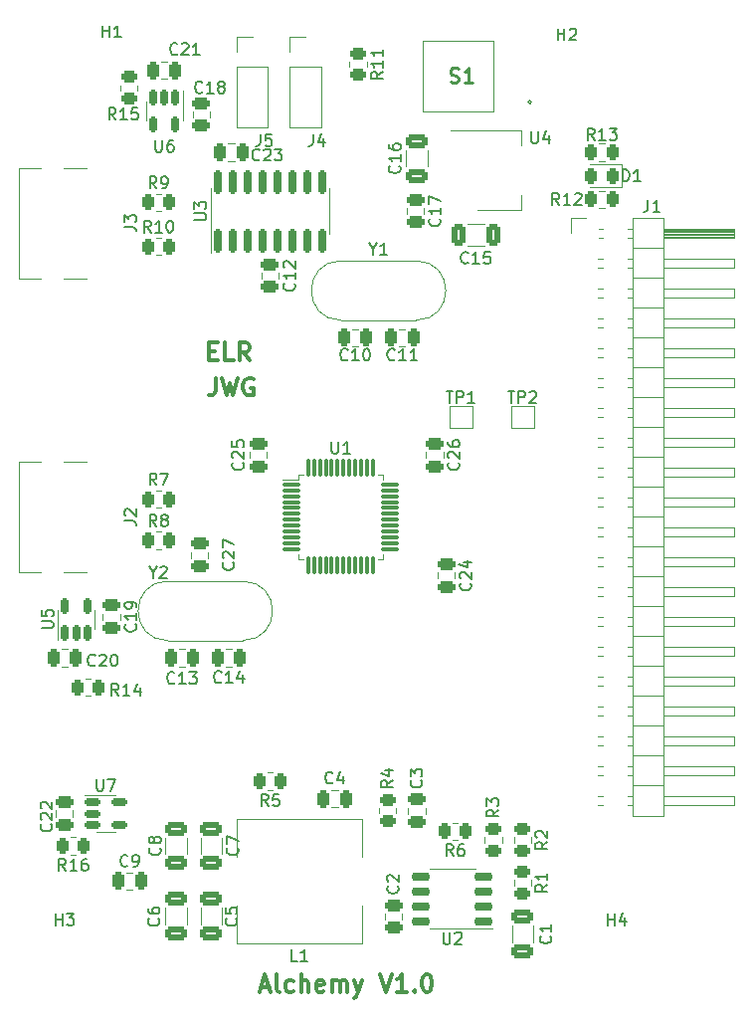
<source format=gto>
%TF.GenerationSoftware,KiCad,Pcbnew,(6.0.10)*%
%TF.CreationDate,2023-12-29T21:00:04+01:00*%
%TF.ProjectId,Alchemy,416c6368-656d-4792-9e6b-696361645f70,rev?*%
%TF.SameCoordinates,Original*%
%TF.FileFunction,Legend,Top*%
%TF.FilePolarity,Positive*%
%FSLAX46Y46*%
G04 Gerber Fmt 4.6, Leading zero omitted, Abs format (unit mm)*
G04 Created by KiCad (PCBNEW (6.0.10)) date 2023-12-29 21:00:04*
%MOMM*%
%LPD*%
G01*
G04 APERTURE LIST*
G04 Aperture macros list*
%AMRoundRect*
0 Rectangle with rounded corners*
0 $1 Rounding radius*
0 $2 $3 $4 $5 $6 $7 $8 $9 X,Y pos of 4 corners*
0 Add a 4 corners polygon primitive as box body*
4,1,4,$2,$3,$4,$5,$6,$7,$8,$9,$2,$3,0*
0 Add four circle primitives for the rounded corners*
1,1,$1+$1,$2,$3*
1,1,$1+$1,$4,$5*
1,1,$1+$1,$6,$7*
1,1,$1+$1,$8,$9*
0 Add four rect primitives between the rounded corners*
20,1,$1+$1,$2,$3,$4,$5,0*
20,1,$1+$1,$4,$5,$6,$7,0*
20,1,$1+$1,$6,$7,$8,$9,0*
20,1,$1+$1,$8,$9,$2,$3,0*%
G04 Aperture macros list end*
%ADD10C,0.300000*%
%ADD11C,0.150000*%
%ADD12C,0.254000*%
%ADD13C,0.120000*%
%ADD14C,0.100000*%
%ADD15C,0.200000*%
%ADD16RoundRect,0.250000X-0.475000X0.250000X-0.475000X-0.250000X0.475000X-0.250000X0.475000X0.250000X0*%
%ADD17C,0.650000*%
%ADD18R,1.450000X0.600000*%
%ADD19R,1.450000X0.300000*%
%ADD20O,1.600000X1.000000*%
%ADD21O,2.100000X1.000000*%
%ADD22RoundRect,0.243750X0.243750X0.456250X-0.243750X0.456250X-0.243750X-0.456250X0.243750X-0.456250X0*%
%ADD23RoundRect,0.250000X0.250000X0.475000X-0.250000X0.475000X-0.250000X-0.475000X0.250000X-0.475000X0*%
%ADD24R,2.100000X1.400000*%
%ADD25RoundRect,0.250000X-0.262500X-0.450000X0.262500X-0.450000X0.262500X0.450000X-0.262500X0.450000X0*%
%ADD26C,6.400000*%
%ADD27RoundRect,0.250000X0.475000X-0.250000X0.475000X0.250000X-0.475000X0.250000X-0.475000X-0.250000X0*%
%ADD28RoundRect,0.250000X0.262500X0.450000X-0.262500X0.450000X-0.262500X-0.450000X0.262500X-0.450000X0*%
%ADD29R,1.500000X1.500000*%
%ADD30R,2.700000X3.600000*%
%ADD31RoundRect,0.250000X-0.650000X0.325000X-0.650000X-0.325000X0.650000X-0.325000X0.650000X0.325000X0*%
%ADD32RoundRect,0.250000X-0.450000X0.262500X-0.450000X-0.262500X0.450000X-0.262500X0.450000X0.262500X0*%
%ADD33R,1.700000X1.700000*%
%ADD34O,1.700000X1.700000*%
%ADD35RoundRect,0.250000X-0.250000X-0.475000X0.250000X-0.475000X0.250000X0.475000X-0.250000X0.475000X0*%
%ADD36RoundRect,0.250000X0.650000X-0.325000X0.650000X0.325000X-0.650000X0.325000X-0.650000X-0.325000X0*%
%ADD37C,1.500000*%
%ADD38RoundRect,0.250000X0.450000X-0.262500X0.450000X0.262500X-0.450000X0.262500X-0.450000X-0.262500X0*%
%ADD39RoundRect,0.150000X-0.512500X-0.150000X0.512500X-0.150000X0.512500X0.150000X-0.512500X0.150000X0*%
%ADD40RoundRect,0.150000X0.150000X-0.512500X0.150000X0.512500X-0.150000X0.512500X-0.150000X-0.512500X0*%
%ADD41RoundRect,0.075000X-0.662500X-0.075000X0.662500X-0.075000X0.662500X0.075000X-0.662500X0.075000X0*%
%ADD42RoundRect,0.075000X-0.075000X-0.662500X0.075000X-0.662500X0.075000X0.662500X-0.075000X0.662500X0*%
%ADD43R,2.000000X1.500000*%
%ADD44R,2.000000X3.800000*%
%ADD45RoundRect,0.150000X0.150000X-0.850000X0.150000X0.850000X-0.150000X0.850000X-0.150000X-0.850000X0*%
%ADD46RoundRect,0.150000X0.650000X0.150000X-0.650000X0.150000X-0.650000X-0.150000X0.650000X-0.150000X0*%
%ADD47R,2.410000X3.100000*%
%ADD48RoundRect,0.150000X-0.150000X0.512500X-0.150000X-0.512500X0.150000X-0.512500X0.150000X0.512500X0*%
%ADD49RoundRect,0.250000X-0.325000X-0.650000X0.325000X-0.650000X0.325000X0.650000X-0.325000X0.650000X0*%
G04 APERTURE END LIST*
D10*
X139357142Y-86678571D02*
X139357142Y-87750000D01*
X139285714Y-87964285D01*
X139142857Y-88107142D01*
X138928571Y-88178571D01*
X138785714Y-88178571D01*
X139928571Y-86678571D02*
X140285714Y-88178571D01*
X140571428Y-87107142D01*
X140857142Y-88178571D01*
X141214285Y-86678571D01*
X142571428Y-86750000D02*
X142428571Y-86678571D01*
X142214285Y-86678571D01*
X142000000Y-86750000D01*
X141857142Y-86892857D01*
X141785714Y-87035714D01*
X141714285Y-87321428D01*
X141714285Y-87535714D01*
X141785714Y-87821428D01*
X141857142Y-87964285D01*
X142000000Y-88107142D01*
X142214285Y-88178571D01*
X142357142Y-88178571D01*
X142571428Y-88107142D01*
X142642857Y-88035714D01*
X142642857Y-87535714D01*
X142357142Y-87535714D01*
X138821428Y-84392857D02*
X139321428Y-84392857D01*
X139535714Y-85178571D02*
X138821428Y-85178571D01*
X138821428Y-83678571D01*
X139535714Y-83678571D01*
X140892857Y-85178571D02*
X140178571Y-85178571D01*
X140178571Y-83678571D01*
X142250000Y-85178571D02*
X141750000Y-84464285D01*
X141392857Y-85178571D02*
X141392857Y-83678571D01*
X141964285Y-83678571D01*
X142107142Y-83750000D01*
X142178571Y-83821428D01*
X142250000Y-83964285D01*
X142250000Y-84178571D01*
X142178571Y-84321428D01*
X142107142Y-84392857D01*
X141964285Y-84464285D01*
X141392857Y-84464285D01*
X143214285Y-138500000D02*
X143928571Y-138500000D01*
X143071428Y-138928571D02*
X143571428Y-137428571D01*
X144071428Y-138928571D01*
X144785714Y-138928571D02*
X144642857Y-138857142D01*
X144571428Y-138714285D01*
X144571428Y-137428571D01*
X146000000Y-138857142D02*
X145857142Y-138928571D01*
X145571428Y-138928571D01*
X145428571Y-138857142D01*
X145357142Y-138785714D01*
X145285714Y-138642857D01*
X145285714Y-138214285D01*
X145357142Y-138071428D01*
X145428571Y-138000000D01*
X145571428Y-137928571D01*
X145857142Y-137928571D01*
X146000000Y-138000000D01*
X146642857Y-138928571D02*
X146642857Y-137428571D01*
X147285714Y-138928571D02*
X147285714Y-138142857D01*
X147214285Y-138000000D01*
X147071428Y-137928571D01*
X146857142Y-137928571D01*
X146714285Y-138000000D01*
X146642857Y-138071428D01*
X148571428Y-138857142D02*
X148428571Y-138928571D01*
X148142857Y-138928571D01*
X148000000Y-138857142D01*
X147928571Y-138714285D01*
X147928571Y-138142857D01*
X148000000Y-138000000D01*
X148142857Y-137928571D01*
X148428571Y-137928571D01*
X148571428Y-138000000D01*
X148642857Y-138142857D01*
X148642857Y-138285714D01*
X147928571Y-138428571D01*
X149285714Y-138928571D02*
X149285714Y-137928571D01*
X149285714Y-138071428D02*
X149357142Y-138000000D01*
X149500000Y-137928571D01*
X149714285Y-137928571D01*
X149857142Y-138000000D01*
X149928571Y-138142857D01*
X149928571Y-138928571D01*
X149928571Y-138142857D02*
X150000000Y-138000000D01*
X150142857Y-137928571D01*
X150357142Y-137928571D01*
X150500000Y-138000000D01*
X150571428Y-138142857D01*
X150571428Y-138928571D01*
X151142857Y-137928571D02*
X151500000Y-138928571D01*
X151857142Y-137928571D02*
X151500000Y-138928571D01*
X151357142Y-139285714D01*
X151285714Y-139357142D01*
X151142857Y-139428571D01*
X153357142Y-137428571D02*
X153857142Y-138928571D01*
X154357142Y-137428571D01*
X155642857Y-138928571D02*
X154785714Y-138928571D01*
X155214285Y-138928571D02*
X155214285Y-137428571D01*
X155071428Y-137642857D01*
X154928571Y-137785714D01*
X154785714Y-137857142D01*
X156285714Y-138785714D02*
X156357142Y-138857142D01*
X156285714Y-138928571D01*
X156214285Y-138857142D01*
X156285714Y-138785714D01*
X156285714Y-138928571D01*
X157285714Y-137428571D02*
X157428571Y-137428571D01*
X157571428Y-137500000D01*
X157642857Y-137571428D01*
X157714285Y-137714285D01*
X157785714Y-138000000D01*
X157785714Y-138357142D01*
X157714285Y-138642857D01*
X157642857Y-138785714D01*
X157571428Y-138857142D01*
X157428571Y-138928571D01*
X157285714Y-138928571D01*
X157142857Y-138857142D01*
X157071428Y-138785714D01*
X157000000Y-138642857D01*
X156928571Y-138357142D01*
X156928571Y-138000000D01*
X157000000Y-137714285D01*
X157071428Y-137571428D01*
X157142857Y-137500000D01*
X157285714Y-137428571D01*
D11*
X161037142Y-104142857D02*
X161084761Y-104190476D01*
X161132380Y-104333333D01*
X161132380Y-104428571D01*
X161084761Y-104571428D01*
X160989523Y-104666666D01*
X160894285Y-104714285D01*
X160703809Y-104761904D01*
X160560952Y-104761904D01*
X160370476Y-104714285D01*
X160275238Y-104666666D01*
X160180000Y-104571428D01*
X160132380Y-104428571D01*
X160132380Y-104333333D01*
X160180000Y-104190476D01*
X160227619Y-104142857D01*
X160227619Y-103761904D02*
X160180000Y-103714285D01*
X160132380Y-103619047D01*
X160132380Y-103380952D01*
X160180000Y-103285714D01*
X160227619Y-103238095D01*
X160322857Y-103190476D01*
X160418095Y-103190476D01*
X160560952Y-103238095D01*
X161132380Y-103809523D01*
X161132380Y-103190476D01*
X160465714Y-102333333D02*
X161132380Y-102333333D01*
X160084761Y-102571428D02*
X160799047Y-102809523D01*
X160799047Y-102190476D01*
X131597380Y-73833333D02*
X132311666Y-73833333D01*
X132454523Y-73880952D01*
X132549761Y-73976190D01*
X132597380Y-74119047D01*
X132597380Y-74214285D01*
X131597380Y-73452380D02*
X131597380Y-72833333D01*
X131978333Y-73166666D01*
X131978333Y-73023809D01*
X132025952Y-72928571D01*
X132073571Y-72880952D01*
X132168809Y-72833333D01*
X132406904Y-72833333D01*
X132502142Y-72880952D01*
X132549761Y-72928571D01*
X132597380Y-73023809D01*
X132597380Y-73309523D01*
X132549761Y-73404761D01*
X132502142Y-73452380D01*
X174011904Y-69952380D02*
X174011904Y-68952380D01*
X174250000Y-68952380D01*
X174392857Y-69000000D01*
X174488095Y-69095238D01*
X174535714Y-69190476D01*
X174583333Y-69380952D01*
X174583333Y-69523809D01*
X174535714Y-69714285D01*
X174488095Y-69809523D01*
X174392857Y-69904761D01*
X174250000Y-69952380D01*
X174011904Y-69952380D01*
X175535714Y-69952380D02*
X174964285Y-69952380D01*
X175250000Y-69952380D02*
X175250000Y-68952380D01*
X175154761Y-69095238D01*
X175059523Y-69190476D01*
X174964285Y-69238095D01*
X136107142Y-59107142D02*
X136059523Y-59154761D01*
X135916666Y-59202380D01*
X135821428Y-59202380D01*
X135678571Y-59154761D01*
X135583333Y-59059523D01*
X135535714Y-58964285D01*
X135488095Y-58773809D01*
X135488095Y-58630952D01*
X135535714Y-58440476D01*
X135583333Y-58345238D01*
X135678571Y-58250000D01*
X135821428Y-58202380D01*
X135916666Y-58202380D01*
X136059523Y-58250000D01*
X136107142Y-58297619D01*
X136488095Y-58297619D02*
X136535714Y-58250000D01*
X136630952Y-58202380D01*
X136869047Y-58202380D01*
X136964285Y-58250000D01*
X137011904Y-58297619D01*
X137059523Y-58392857D01*
X137059523Y-58488095D01*
X137011904Y-58630952D01*
X136440476Y-59202380D01*
X137059523Y-59202380D01*
X138011904Y-59202380D02*
X137440476Y-59202380D01*
X137726190Y-59202380D02*
X137726190Y-58202380D01*
X137630952Y-58345238D01*
X137535714Y-58440476D01*
X137440476Y-58488095D01*
D12*
X159332380Y-61514047D02*
X159513809Y-61574523D01*
X159816190Y-61574523D01*
X159937142Y-61514047D01*
X159997619Y-61453571D01*
X160058095Y-61332619D01*
X160058095Y-61211666D01*
X159997619Y-61090714D01*
X159937142Y-61030238D01*
X159816190Y-60969761D01*
X159574285Y-60909285D01*
X159453333Y-60848809D01*
X159392857Y-60788333D01*
X159332380Y-60667380D01*
X159332380Y-60546428D01*
X159392857Y-60425476D01*
X159453333Y-60365000D01*
X159574285Y-60304523D01*
X159876666Y-60304523D01*
X160058095Y-60365000D01*
X161267619Y-61574523D02*
X160541904Y-61574523D01*
X160904761Y-61574523D02*
X160904761Y-60304523D01*
X160783809Y-60485952D01*
X160662857Y-60606904D01*
X160541904Y-60667380D01*
D11*
X134333333Y-99302380D02*
X134000000Y-98826190D01*
X133761904Y-99302380D02*
X133761904Y-98302380D01*
X134142857Y-98302380D01*
X134238095Y-98350000D01*
X134285714Y-98397619D01*
X134333333Y-98492857D01*
X134333333Y-98635714D01*
X134285714Y-98730952D01*
X134238095Y-98778571D01*
X134142857Y-98826190D01*
X133761904Y-98826190D01*
X134904761Y-98730952D02*
X134809523Y-98683333D01*
X134761904Y-98635714D01*
X134714285Y-98540476D01*
X134714285Y-98492857D01*
X134761904Y-98397619D01*
X134809523Y-98350000D01*
X134904761Y-98302380D01*
X135095238Y-98302380D01*
X135190476Y-98350000D01*
X135238095Y-98397619D01*
X135285714Y-98492857D01*
X135285714Y-98540476D01*
X135238095Y-98635714D01*
X135190476Y-98683333D01*
X135095238Y-98730952D01*
X134904761Y-98730952D01*
X134809523Y-98778571D01*
X134761904Y-98826190D01*
X134714285Y-98921428D01*
X134714285Y-99111904D01*
X134761904Y-99207142D01*
X134809523Y-99254761D01*
X134904761Y-99302380D01*
X135095238Y-99302380D01*
X135190476Y-99254761D01*
X135238095Y-99207142D01*
X135285714Y-99111904D01*
X135285714Y-98921428D01*
X135238095Y-98826190D01*
X135190476Y-98778571D01*
X135095238Y-98730952D01*
X125357142Y-124642857D02*
X125404761Y-124690476D01*
X125452380Y-124833333D01*
X125452380Y-124928571D01*
X125404761Y-125071428D01*
X125309523Y-125166666D01*
X125214285Y-125214285D01*
X125023809Y-125261904D01*
X124880952Y-125261904D01*
X124690476Y-125214285D01*
X124595238Y-125166666D01*
X124500000Y-125071428D01*
X124452380Y-124928571D01*
X124452380Y-124833333D01*
X124500000Y-124690476D01*
X124547619Y-124642857D01*
X124547619Y-124261904D02*
X124500000Y-124214285D01*
X124452380Y-124119047D01*
X124452380Y-123880952D01*
X124500000Y-123785714D01*
X124547619Y-123738095D01*
X124642857Y-123690476D01*
X124738095Y-123690476D01*
X124880952Y-123738095D01*
X125452380Y-124309523D01*
X125452380Y-123690476D01*
X124547619Y-123309523D02*
X124500000Y-123261904D01*
X124452380Y-123166666D01*
X124452380Y-122928571D01*
X124500000Y-122833333D01*
X124547619Y-122785714D01*
X124642857Y-122738095D01*
X124738095Y-122738095D01*
X124880952Y-122785714D01*
X125452380Y-123357142D01*
X125452380Y-122738095D01*
X125738095Y-133252380D02*
X125738095Y-132252380D01*
X125738095Y-132728571D02*
X126309523Y-132728571D01*
X126309523Y-133252380D02*
X126309523Y-132252380D01*
X126690476Y-132252380D02*
X127309523Y-132252380D01*
X126976190Y-132633333D01*
X127119047Y-132633333D01*
X127214285Y-132680952D01*
X127261904Y-132728571D01*
X127309523Y-132823809D01*
X127309523Y-133061904D01*
X127261904Y-133157142D01*
X127214285Y-133204761D01*
X127119047Y-133252380D01*
X126833333Y-133252380D01*
X126738095Y-133204761D01*
X126690476Y-133157142D01*
X134333333Y-95802380D02*
X134000000Y-95326190D01*
X133761904Y-95802380D02*
X133761904Y-94802380D01*
X134142857Y-94802380D01*
X134238095Y-94850000D01*
X134285714Y-94897619D01*
X134333333Y-94992857D01*
X134333333Y-95135714D01*
X134285714Y-95230952D01*
X134238095Y-95278571D01*
X134142857Y-95326190D01*
X133761904Y-95326190D01*
X134666666Y-94802380D02*
X135333333Y-94802380D01*
X134904761Y-95802380D01*
X156857142Y-120916666D02*
X156904761Y-120964285D01*
X156952380Y-121107142D01*
X156952380Y-121202380D01*
X156904761Y-121345238D01*
X156809523Y-121440476D01*
X156714285Y-121488095D01*
X156523809Y-121535714D01*
X156380952Y-121535714D01*
X156190476Y-121488095D01*
X156095238Y-121440476D01*
X156000000Y-121345238D01*
X155952380Y-121202380D01*
X155952380Y-121107142D01*
X156000000Y-120964285D01*
X156047619Y-120916666D01*
X155952380Y-120583333D02*
X155952380Y-119964285D01*
X156333333Y-120297619D01*
X156333333Y-120154761D01*
X156380952Y-120059523D01*
X156428571Y-120011904D01*
X156523809Y-119964285D01*
X156761904Y-119964285D01*
X156857142Y-120011904D01*
X156904761Y-120059523D01*
X156952380Y-120154761D01*
X156952380Y-120440476D01*
X156904761Y-120535714D01*
X156857142Y-120583333D01*
X171607142Y-66452380D02*
X171273809Y-65976190D01*
X171035714Y-66452380D02*
X171035714Y-65452380D01*
X171416666Y-65452380D01*
X171511904Y-65500000D01*
X171559523Y-65547619D01*
X171607142Y-65642857D01*
X171607142Y-65785714D01*
X171559523Y-65880952D01*
X171511904Y-65928571D01*
X171416666Y-65976190D01*
X171035714Y-65976190D01*
X172559523Y-66452380D02*
X171988095Y-66452380D01*
X172273809Y-66452380D02*
X172273809Y-65452380D01*
X172178571Y-65595238D01*
X172083333Y-65690476D01*
X171988095Y-65738095D01*
X172892857Y-65452380D02*
X173511904Y-65452380D01*
X173178571Y-65833333D01*
X173321428Y-65833333D01*
X173416666Y-65880952D01*
X173464285Y-65928571D01*
X173511904Y-66023809D01*
X173511904Y-66261904D01*
X173464285Y-66357142D01*
X173416666Y-66404761D01*
X173321428Y-66452380D01*
X173035714Y-66452380D01*
X172940476Y-66404761D01*
X172892857Y-66357142D01*
X158988095Y-87804380D02*
X159559523Y-87804380D01*
X159273809Y-88804380D02*
X159273809Y-87804380D01*
X159892857Y-88804380D02*
X159892857Y-87804380D01*
X160273809Y-87804380D01*
X160369047Y-87852000D01*
X160416666Y-87899619D01*
X160464285Y-87994857D01*
X160464285Y-88137714D01*
X160416666Y-88232952D01*
X160369047Y-88280571D01*
X160273809Y-88328190D01*
X159892857Y-88328190D01*
X161416666Y-88804380D02*
X160845238Y-88804380D01*
X161130952Y-88804380D02*
X161130952Y-87804380D01*
X161035714Y-87947238D01*
X160940476Y-88042476D01*
X160845238Y-88090095D01*
X146333333Y-136302380D02*
X145857142Y-136302380D01*
X145857142Y-135302380D01*
X147190476Y-136302380D02*
X146619047Y-136302380D01*
X146904761Y-136302380D02*
X146904761Y-135302380D01*
X146809523Y-135445238D01*
X146714285Y-135540476D01*
X146619047Y-135588095D01*
X141207142Y-126666666D02*
X141254761Y-126714285D01*
X141302380Y-126857142D01*
X141302380Y-126952380D01*
X141254761Y-127095238D01*
X141159523Y-127190476D01*
X141064285Y-127238095D01*
X140873809Y-127285714D01*
X140730952Y-127285714D01*
X140540476Y-127238095D01*
X140445238Y-127190476D01*
X140350000Y-127095238D01*
X140302380Y-126952380D01*
X140302380Y-126857142D01*
X140350000Y-126714285D01*
X140397619Y-126666666D01*
X140302380Y-126333333D02*
X140302380Y-125666666D01*
X141302380Y-126095238D01*
X163452380Y-123416666D02*
X162976190Y-123750000D01*
X163452380Y-123988095D02*
X162452380Y-123988095D01*
X162452380Y-123607142D01*
X162500000Y-123511904D01*
X162547619Y-123464285D01*
X162642857Y-123416666D01*
X162785714Y-123416666D01*
X162880952Y-123464285D01*
X162928571Y-123511904D01*
X162976190Y-123607142D01*
X162976190Y-123988095D01*
X162452380Y-123083333D02*
X162452380Y-122464285D01*
X162833333Y-122797619D01*
X162833333Y-122654761D01*
X162880952Y-122559523D01*
X162928571Y-122511904D01*
X163023809Y-122464285D01*
X163261904Y-122464285D01*
X163357142Y-122511904D01*
X163404761Y-122559523D01*
X163452380Y-122654761D01*
X163452380Y-122940476D01*
X163404761Y-123035714D01*
X163357142Y-123083333D01*
X176171666Y-71557380D02*
X176171666Y-72271666D01*
X176124047Y-72414523D01*
X176028809Y-72509761D01*
X175885952Y-72557380D01*
X175790714Y-72557380D01*
X177171666Y-72557380D02*
X176600238Y-72557380D01*
X176885952Y-72557380D02*
X176885952Y-71557380D01*
X176790714Y-71700238D01*
X176695476Y-71795476D01*
X176600238Y-71843095D01*
X149333333Y-121107142D02*
X149285714Y-121154761D01*
X149142857Y-121202380D01*
X149047619Y-121202380D01*
X148904761Y-121154761D01*
X148809523Y-121059523D01*
X148761904Y-120964285D01*
X148714285Y-120773809D01*
X148714285Y-120630952D01*
X148761904Y-120440476D01*
X148809523Y-120345238D01*
X148904761Y-120250000D01*
X149047619Y-120202380D01*
X149142857Y-120202380D01*
X149285714Y-120250000D01*
X149333333Y-120297619D01*
X150190476Y-120535714D02*
X150190476Y-121202380D01*
X149952380Y-120154761D02*
X149714285Y-120869047D01*
X150333333Y-120869047D01*
X135857142Y-112607142D02*
X135809523Y-112654761D01*
X135666666Y-112702380D01*
X135571428Y-112702380D01*
X135428571Y-112654761D01*
X135333333Y-112559523D01*
X135285714Y-112464285D01*
X135238095Y-112273809D01*
X135238095Y-112130952D01*
X135285714Y-111940476D01*
X135333333Y-111845238D01*
X135428571Y-111750000D01*
X135571428Y-111702380D01*
X135666666Y-111702380D01*
X135809523Y-111750000D01*
X135857142Y-111797619D01*
X136809523Y-112702380D02*
X136238095Y-112702380D01*
X136523809Y-112702380D02*
X136523809Y-111702380D01*
X136428571Y-111845238D01*
X136333333Y-111940476D01*
X136238095Y-111988095D01*
X137142857Y-111702380D02*
X137761904Y-111702380D01*
X137428571Y-112083333D01*
X137571428Y-112083333D01*
X137666666Y-112130952D01*
X137714285Y-112178571D01*
X137761904Y-112273809D01*
X137761904Y-112511904D01*
X137714285Y-112607142D01*
X137666666Y-112654761D01*
X137571428Y-112702380D01*
X137285714Y-112702380D01*
X137190476Y-112654761D01*
X137142857Y-112607142D01*
X141107142Y-132666666D02*
X141154761Y-132714285D01*
X141202380Y-132857142D01*
X141202380Y-132952380D01*
X141154761Y-133095238D01*
X141059523Y-133190476D01*
X140964285Y-133238095D01*
X140773809Y-133285714D01*
X140630952Y-133285714D01*
X140440476Y-133238095D01*
X140345238Y-133190476D01*
X140250000Y-133095238D01*
X140202380Y-132952380D01*
X140202380Y-132857142D01*
X140250000Y-132714285D01*
X140297619Y-132666666D01*
X140202380Y-131761904D02*
X140202380Y-132238095D01*
X140678571Y-132285714D01*
X140630952Y-132238095D01*
X140583333Y-132142857D01*
X140583333Y-131904761D01*
X140630952Y-131809523D01*
X140678571Y-131761904D01*
X140773809Y-131714285D01*
X141011904Y-131714285D01*
X141107142Y-131761904D01*
X141154761Y-131809523D01*
X141202380Y-131904761D01*
X141202380Y-132142857D01*
X141154761Y-132238095D01*
X141107142Y-132285714D01*
X138232142Y-62357142D02*
X138184523Y-62404761D01*
X138041666Y-62452380D01*
X137946428Y-62452380D01*
X137803571Y-62404761D01*
X137708333Y-62309523D01*
X137660714Y-62214285D01*
X137613095Y-62023809D01*
X137613095Y-61880952D01*
X137660714Y-61690476D01*
X137708333Y-61595238D01*
X137803571Y-61500000D01*
X137946428Y-61452380D01*
X138041666Y-61452380D01*
X138184523Y-61500000D01*
X138232142Y-61547619D01*
X139184523Y-62452380D02*
X138613095Y-62452380D01*
X138898809Y-62452380D02*
X138898809Y-61452380D01*
X138803571Y-61595238D01*
X138708333Y-61690476D01*
X138613095Y-61738095D01*
X139755952Y-61880952D02*
X139660714Y-61833333D01*
X139613095Y-61785714D01*
X139565476Y-61690476D01*
X139565476Y-61642857D01*
X139613095Y-61547619D01*
X139660714Y-61500000D01*
X139755952Y-61452380D01*
X139946428Y-61452380D01*
X140041666Y-61500000D01*
X140089285Y-61547619D01*
X140136904Y-61642857D01*
X140136904Y-61690476D01*
X140089285Y-61785714D01*
X140041666Y-61833333D01*
X139946428Y-61880952D01*
X139755952Y-61880952D01*
X139660714Y-61928571D01*
X139613095Y-61976190D01*
X139565476Y-62071428D01*
X139565476Y-62261904D01*
X139613095Y-62357142D01*
X139660714Y-62404761D01*
X139755952Y-62452380D01*
X139946428Y-62452380D01*
X140041666Y-62404761D01*
X140089285Y-62357142D01*
X140136904Y-62261904D01*
X140136904Y-62071428D01*
X140089285Y-61976190D01*
X140041666Y-61928571D01*
X139946428Y-61880952D01*
X152763809Y-75701190D02*
X152763809Y-76177380D01*
X152430476Y-75177380D02*
X152763809Y-75701190D01*
X153097142Y-75177380D01*
X153954285Y-76177380D02*
X153382857Y-76177380D01*
X153668571Y-76177380D02*
X153668571Y-75177380D01*
X153573333Y-75320238D01*
X153478095Y-75415476D01*
X153382857Y-75463095D01*
X167602380Y-129786666D02*
X167126190Y-130120000D01*
X167602380Y-130358095D02*
X166602380Y-130358095D01*
X166602380Y-129977142D01*
X166650000Y-129881904D01*
X166697619Y-129834285D01*
X166792857Y-129786666D01*
X166935714Y-129786666D01*
X167030952Y-129834285D01*
X167078571Y-129881904D01*
X167126190Y-129977142D01*
X167126190Y-130358095D01*
X167602380Y-128834285D02*
X167602380Y-129405714D01*
X167602380Y-129120000D02*
X166602380Y-129120000D01*
X166745238Y-129215238D01*
X166840476Y-129310476D01*
X166888095Y-129405714D01*
X150607142Y-85107142D02*
X150559523Y-85154761D01*
X150416666Y-85202380D01*
X150321428Y-85202380D01*
X150178571Y-85154761D01*
X150083333Y-85059523D01*
X150035714Y-84964285D01*
X149988095Y-84773809D01*
X149988095Y-84630952D01*
X150035714Y-84440476D01*
X150083333Y-84345238D01*
X150178571Y-84250000D01*
X150321428Y-84202380D01*
X150416666Y-84202380D01*
X150559523Y-84250000D01*
X150607142Y-84297619D01*
X151559523Y-85202380D02*
X150988095Y-85202380D01*
X151273809Y-85202380D02*
X151273809Y-84202380D01*
X151178571Y-84345238D01*
X151083333Y-84440476D01*
X150988095Y-84488095D01*
X152178571Y-84202380D02*
X152273809Y-84202380D01*
X152369047Y-84250000D01*
X152416666Y-84297619D01*
X152464285Y-84392857D01*
X152511904Y-84583333D01*
X152511904Y-84821428D01*
X152464285Y-85011904D01*
X152416666Y-85107142D01*
X152369047Y-85154761D01*
X152273809Y-85202380D01*
X152178571Y-85202380D01*
X152083333Y-85154761D01*
X152035714Y-85107142D01*
X151988095Y-85011904D01*
X151940476Y-84821428D01*
X151940476Y-84583333D01*
X151988095Y-84392857D01*
X152035714Y-84297619D01*
X152083333Y-84250000D01*
X152178571Y-84202380D01*
X143833333Y-123102380D02*
X143500000Y-122626190D01*
X143261904Y-123102380D02*
X143261904Y-122102380D01*
X143642857Y-122102380D01*
X143738095Y-122150000D01*
X143785714Y-122197619D01*
X143833333Y-122292857D01*
X143833333Y-122435714D01*
X143785714Y-122530952D01*
X143738095Y-122578571D01*
X143642857Y-122626190D01*
X143261904Y-122626190D01*
X144738095Y-122102380D02*
X144261904Y-122102380D01*
X144214285Y-122578571D01*
X144261904Y-122530952D01*
X144357142Y-122483333D01*
X144595238Y-122483333D01*
X144690476Y-122530952D01*
X144738095Y-122578571D01*
X144785714Y-122673809D01*
X144785714Y-122911904D01*
X144738095Y-123007142D01*
X144690476Y-123054761D01*
X144595238Y-123102380D01*
X144357142Y-123102380D01*
X144261904Y-123054761D01*
X144214285Y-123007142D01*
X134507142Y-132666666D02*
X134554761Y-132714285D01*
X134602380Y-132857142D01*
X134602380Y-132952380D01*
X134554761Y-133095238D01*
X134459523Y-133190476D01*
X134364285Y-133238095D01*
X134173809Y-133285714D01*
X134030952Y-133285714D01*
X133840476Y-133238095D01*
X133745238Y-133190476D01*
X133650000Y-133095238D01*
X133602380Y-132952380D01*
X133602380Y-132857142D01*
X133650000Y-132714285D01*
X133697619Y-132666666D01*
X133602380Y-131809523D02*
X133602380Y-132000000D01*
X133650000Y-132095238D01*
X133697619Y-132142857D01*
X133840476Y-132238095D01*
X134030952Y-132285714D01*
X134411904Y-132285714D01*
X134507142Y-132238095D01*
X134554761Y-132190476D01*
X134602380Y-132095238D01*
X134602380Y-131904761D01*
X134554761Y-131809523D01*
X134507142Y-131761904D01*
X134411904Y-131714285D01*
X134173809Y-131714285D01*
X134078571Y-131761904D01*
X134030952Y-131809523D01*
X133983333Y-131904761D01*
X133983333Y-132095238D01*
X134030952Y-132190476D01*
X134078571Y-132238095D01*
X134173809Y-132285714D01*
X133857142Y-74302380D02*
X133523809Y-73826190D01*
X133285714Y-74302380D02*
X133285714Y-73302380D01*
X133666666Y-73302380D01*
X133761904Y-73350000D01*
X133809523Y-73397619D01*
X133857142Y-73492857D01*
X133857142Y-73635714D01*
X133809523Y-73730952D01*
X133761904Y-73778571D01*
X133666666Y-73826190D01*
X133285714Y-73826190D01*
X134809523Y-74302380D02*
X134238095Y-74302380D01*
X134523809Y-74302380D02*
X134523809Y-73302380D01*
X134428571Y-73445238D01*
X134333333Y-73540476D01*
X134238095Y-73588095D01*
X135428571Y-73302380D02*
X135523809Y-73302380D01*
X135619047Y-73350000D01*
X135666666Y-73397619D01*
X135714285Y-73492857D01*
X135761904Y-73683333D01*
X135761904Y-73921428D01*
X135714285Y-74111904D01*
X135666666Y-74207142D01*
X135619047Y-74254761D01*
X135523809Y-74302380D01*
X135428571Y-74302380D01*
X135333333Y-74254761D01*
X135285714Y-74207142D01*
X135238095Y-74111904D01*
X135190476Y-73921428D01*
X135190476Y-73683333D01*
X135238095Y-73492857D01*
X135285714Y-73397619D01*
X135333333Y-73350000D01*
X135428571Y-73302380D01*
X143166666Y-65952380D02*
X143166666Y-66666666D01*
X143119047Y-66809523D01*
X143023809Y-66904761D01*
X142880952Y-66952380D01*
X142785714Y-66952380D01*
X144119047Y-65952380D02*
X143642857Y-65952380D01*
X143595238Y-66428571D01*
X143642857Y-66380952D01*
X143738095Y-66333333D01*
X143976190Y-66333333D01*
X144071428Y-66380952D01*
X144119047Y-66428571D01*
X144166666Y-66523809D01*
X144166666Y-66761904D01*
X144119047Y-66857142D01*
X144071428Y-66904761D01*
X143976190Y-66952380D01*
X143738095Y-66952380D01*
X143642857Y-66904761D01*
X143595238Y-66857142D01*
X154452380Y-120916666D02*
X153976190Y-121250000D01*
X154452380Y-121488095D02*
X153452380Y-121488095D01*
X153452380Y-121107142D01*
X153500000Y-121011904D01*
X153547619Y-120964285D01*
X153642857Y-120916666D01*
X153785714Y-120916666D01*
X153880952Y-120964285D01*
X153928571Y-121011904D01*
X153976190Y-121107142D01*
X153976190Y-121488095D01*
X153785714Y-120059523D02*
X154452380Y-120059523D01*
X153404761Y-120297619D02*
X154119047Y-120535714D01*
X154119047Y-119916666D01*
X147666666Y-65952380D02*
X147666666Y-66666666D01*
X147619047Y-66809523D01*
X147523809Y-66904761D01*
X147380952Y-66952380D01*
X147285714Y-66952380D01*
X148571428Y-66285714D02*
X148571428Y-66952380D01*
X148333333Y-65904761D02*
X148095238Y-66619047D01*
X148714285Y-66619047D01*
X129107142Y-111107142D02*
X129059523Y-111154761D01*
X128916666Y-111202380D01*
X128821428Y-111202380D01*
X128678571Y-111154761D01*
X128583333Y-111059523D01*
X128535714Y-110964285D01*
X128488095Y-110773809D01*
X128488095Y-110630952D01*
X128535714Y-110440476D01*
X128583333Y-110345238D01*
X128678571Y-110250000D01*
X128821428Y-110202380D01*
X128916666Y-110202380D01*
X129059523Y-110250000D01*
X129107142Y-110297619D01*
X129488095Y-110297619D02*
X129535714Y-110250000D01*
X129630952Y-110202380D01*
X129869047Y-110202380D01*
X129964285Y-110250000D01*
X130011904Y-110297619D01*
X130059523Y-110392857D01*
X130059523Y-110488095D01*
X130011904Y-110630952D01*
X129440476Y-111202380D01*
X130059523Y-111202380D01*
X130678571Y-110202380D02*
X130773809Y-110202380D01*
X130869047Y-110250000D01*
X130916666Y-110297619D01*
X130964285Y-110392857D01*
X131011904Y-110583333D01*
X131011904Y-110821428D01*
X130964285Y-111011904D01*
X130916666Y-111107142D01*
X130869047Y-111154761D01*
X130773809Y-111202380D01*
X130678571Y-111202380D01*
X130583333Y-111154761D01*
X130535714Y-111107142D01*
X130488095Y-111011904D01*
X130440476Y-110821428D01*
X130440476Y-110583333D01*
X130488095Y-110392857D01*
X130535714Y-110297619D01*
X130583333Y-110250000D01*
X130678571Y-110202380D01*
X158412142Y-73142857D02*
X158459761Y-73190476D01*
X158507380Y-73333333D01*
X158507380Y-73428571D01*
X158459761Y-73571428D01*
X158364523Y-73666666D01*
X158269285Y-73714285D01*
X158078809Y-73761904D01*
X157935952Y-73761904D01*
X157745476Y-73714285D01*
X157650238Y-73666666D01*
X157555000Y-73571428D01*
X157507380Y-73428571D01*
X157507380Y-73333333D01*
X157555000Y-73190476D01*
X157602619Y-73142857D01*
X158507380Y-72190476D02*
X158507380Y-72761904D01*
X158507380Y-72476190D02*
X157507380Y-72476190D01*
X157650238Y-72571428D01*
X157745476Y-72666666D01*
X157793095Y-72761904D01*
X157507380Y-71857142D02*
X157507380Y-71190476D01*
X158507380Y-71619047D01*
X141677142Y-93892857D02*
X141724761Y-93940476D01*
X141772380Y-94083333D01*
X141772380Y-94178571D01*
X141724761Y-94321428D01*
X141629523Y-94416666D01*
X141534285Y-94464285D01*
X141343809Y-94511904D01*
X141200952Y-94511904D01*
X141010476Y-94464285D01*
X140915238Y-94416666D01*
X140820000Y-94321428D01*
X140772380Y-94178571D01*
X140772380Y-94083333D01*
X140820000Y-93940476D01*
X140867619Y-93892857D01*
X140867619Y-93511904D02*
X140820000Y-93464285D01*
X140772380Y-93369047D01*
X140772380Y-93130952D01*
X140820000Y-93035714D01*
X140867619Y-92988095D01*
X140962857Y-92940476D01*
X141058095Y-92940476D01*
X141200952Y-92988095D01*
X141772380Y-93559523D01*
X141772380Y-92940476D01*
X140772380Y-92035714D02*
X140772380Y-92511904D01*
X141248571Y-92559523D01*
X141200952Y-92511904D01*
X141153333Y-92416666D01*
X141153333Y-92178571D01*
X141200952Y-92083333D01*
X141248571Y-92035714D01*
X141343809Y-91988095D01*
X141581904Y-91988095D01*
X141677142Y-92035714D01*
X141724761Y-92083333D01*
X141772380Y-92178571D01*
X141772380Y-92416666D01*
X141724761Y-92511904D01*
X141677142Y-92559523D01*
X129238095Y-120802380D02*
X129238095Y-121611904D01*
X129285714Y-121707142D01*
X129333333Y-121754761D01*
X129428571Y-121802380D01*
X129619047Y-121802380D01*
X129714285Y-121754761D01*
X129761904Y-121707142D01*
X129809523Y-121611904D01*
X129809523Y-120802380D01*
X130190476Y-120802380D02*
X130857142Y-120802380D01*
X130428571Y-121802380D01*
X143107142Y-68107142D02*
X143059523Y-68154761D01*
X142916666Y-68202380D01*
X142821428Y-68202380D01*
X142678571Y-68154761D01*
X142583333Y-68059523D01*
X142535714Y-67964285D01*
X142488095Y-67773809D01*
X142488095Y-67630952D01*
X142535714Y-67440476D01*
X142583333Y-67345238D01*
X142678571Y-67250000D01*
X142821428Y-67202380D01*
X142916666Y-67202380D01*
X143059523Y-67250000D01*
X143107142Y-67297619D01*
X143488095Y-67297619D02*
X143535714Y-67250000D01*
X143630952Y-67202380D01*
X143869047Y-67202380D01*
X143964285Y-67250000D01*
X144011904Y-67297619D01*
X144059523Y-67392857D01*
X144059523Y-67488095D01*
X144011904Y-67630952D01*
X143440476Y-68202380D01*
X144059523Y-68202380D01*
X144392857Y-67202380D02*
X145011904Y-67202380D01*
X144678571Y-67583333D01*
X144821428Y-67583333D01*
X144916666Y-67630952D01*
X144964285Y-67678571D01*
X145011904Y-67773809D01*
X145011904Y-68011904D01*
X144964285Y-68107142D01*
X144916666Y-68154761D01*
X144821428Y-68202380D01*
X144535714Y-68202380D01*
X144440476Y-68154761D01*
X144392857Y-68107142D01*
X124552380Y-107961904D02*
X125361904Y-107961904D01*
X125457142Y-107914285D01*
X125504761Y-107866666D01*
X125552380Y-107771428D01*
X125552380Y-107580952D01*
X125504761Y-107485714D01*
X125457142Y-107438095D01*
X125361904Y-107390476D01*
X124552380Y-107390476D01*
X124552380Y-106438095D02*
X124552380Y-106914285D01*
X125028571Y-106961904D01*
X124980952Y-106914285D01*
X124933333Y-106819047D01*
X124933333Y-106580952D01*
X124980952Y-106485714D01*
X125028571Y-106438095D01*
X125123809Y-106390476D01*
X125361904Y-106390476D01*
X125457142Y-106438095D01*
X125504761Y-106485714D01*
X125552380Y-106580952D01*
X125552380Y-106819047D01*
X125504761Y-106914285D01*
X125457142Y-106961904D01*
X168607142Y-71952380D02*
X168273809Y-71476190D01*
X168035714Y-71952380D02*
X168035714Y-70952380D01*
X168416666Y-70952380D01*
X168511904Y-71000000D01*
X168559523Y-71047619D01*
X168607142Y-71142857D01*
X168607142Y-71285714D01*
X168559523Y-71380952D01*
X168511904Y-71428571D01*
X168416666Y-71476190D01*
X168035714Y-71476190D01*
X169559523Y-71952380D02*
X168988095Y-71952380D01*
X169273809Y-71952380D02*
X169273809Y-70952380D01*
X169178571Y-71095238D01*
X169083333Y-71190476D01*
X168988095Y-71238095D01*
X169940476Y-71047619D02*
X169988095Y-71000000D01*
X170083333Y-70952380D01*
X170321428Y-70952380D01*
X170416666Y-71000000D01*
X170464285Y-71047619D01*
X170511904Y-71142857D01*
X170511904Y-71238095D01*
X170464285Y-71380952D01*
X169892857Y-71952380D01*
X170511904Y-71952380D01*
X153602380Y-60642857D02*
X153126190Y-60976190D01*
X153602380Y-61214285D02*
X152602380Y-61214285D01*
X152602380Y-60833333D01*
X152650000Y-60738095D01*
X152697619Y-60690476D01*
X152792857Y-60642857D01*
X152935714Y-60642857D01*
X153030952Y-60690476D01*
X153078571Y-60738095D01*
X153126190Y-60833333D01*
X153126190Y-61214285D01*
X153602380Y-59690476D02*
X153602380Y-60261904D01*
X153602380Y-59976190D02*
X152602380Y-59976190D01*
X152745238Y-60071428D01*
X152840476Y-60166666D01*
X152888095Y-60261904D01*
X153602380Y-58738095D02*
X153602380Y-59309523D01*
X153602380Y-59023809D02*
X152602380Y-59023809D01*
X152745238Y-59119047D01*
X152840476Y-59214285D01*
X152888095Y-59309523D01*
X154607142Y-85107142D02*
X154559523Y-85154761D01*
X154416666Y-85202380D01*
X154321428Y-85202380D01*
X154178571Y-85154761D01*
X154083333Y-85059523D01*
X154035714Y-84964285D01*
X153988095Y-84773809D01*
X153988095Y-84630952D01*
X154035714Y-84440476D01*
X154083333Y-84345238D01*
X154178571Y-84250000D01*
X154321428Y-84202380D01*
X154416666Y-84202380D01*
X154559523Y-84250000D01*
X154607142Y-84297619D01*
X155559523Y-85202380D02*
X154988095Y-85202380D01*
X155273809Y-85202380D02*
X155273809Y-84202380D01*
X155178571Y-84345238D01*
X155083333Y-84440476D01*
X154988095Y-84488095D01*
X156511904Y-85202380D02*
X155940476Y-85202380D01*
X156226190Y-85202380D02*
X156226190Y-84202380D01*
X156130952Y-84345238D01*
X156035714Y-84440476D01*
X155940476Y-84488095D01*
X131597380Y-98833333D02*
X132311666Y-98833333D01*
X132454523Y-98880952D01*
X132549761Y-98976190D01*
X132597380Y-99119047D01*
X132597380Y-99214285D01*
X131692619Y-98404761D02*
X131645000Y-98357142D01*
X131597380Y-98261904D01*
X131597380Y-98023809D01*
X131645000Y-97928571D01*
X131692619Y-97880952D01*
X131787857Y-97833333D01*
X131883095Y-97833333D01*
X132025952Y-97880952D01*
X132597380Y-98452380D01*
X132597380Y-97833333D01*
X134607142Y-126666666D02*
X134654761Y-126714285D01*
X134702380Y-126857142D01*
X134702380Y-126952380D01*
X134654761Y-127095238D01*
X134559523Y-127190476D01*
X134464285Y-127238095D01*
X134273809Y-127285714D01*
X134130952Y-127285714D01*
X133940476Y-127238095D01*
X133845238Y-127190476D01*
X133750000Y-127095238D01*
X133702380Y-126952380D01*
X133702380Y-126857142D01*
X133750000Y-126714285D01*
X133797619Y-126666666D01*
X134130952Y-126095238D02*
X134083333Y-126190476D01*
X134035714Y-126238095D01*
X133940476Y-126285714D01*
X133892857Y-126285714D01*
X133797619Y-126238095D01*
X133750000Y-126190476D01*
X133702380Y-126095238D01*
X133702380Y-125904761D01*
X133750000Y-125809523D01*
X133797619Y-125761904D01*
X133892857Y-125714285D01*
X133940476Y-125714285D01*
X134035714Y-125761904D01*
X134083333Y-125809523D01*
X134130952Y-125904761D01*
X134130952Y-126095238D01*
X134178571Y-126190476D01*
X134226190Y-126238095D01*
X134321428Y-126285714D01*
X134511904Y-126285714D01*
X134607142Y-126238095D01*
X134654761Y-126190476D01*
X134702380Y-126095238D01*
X134702380Y-125904761D01*
X134654761Y-125809523D01*
X134607142Y-125761904D01*
X134511904Y-125714285D01*
X134321428Y-125714285D01*
X134226190Y-125761904D01*
X134178571Y-125809523D01*
X134130952Y-125904761D01*
X155007142Y-68642857D02*
X155054761Y-68690476D01*
X155102380Y-68833333D01*
X155102380Y-68928571D01*
X155054761Y-69071428D01*
X154959523Y-69166666D01*
X154864285Y-69214285D01*
X154673809Y-69261904D01*
X154530952Y-69261904D01*
X154340476Y-69214285D01*
X154245238Y-69166666D01*
X154150000Y-69071428D01*
X154102380Y-68928571D01*
X154102380Y-68833333D01*
X154150000Y-68690476D01*
X154197619Y-68642857D01*
X155102380Y-67690476D02*
X155102380Y-68261904D01*
X155102380Y-67976190D02*
X154102380Y-67976190D01*
X154245238Y-68071428D01*
X154340476Y-68166666D01*
X154388095Y-68261904D01*
X154102380Y-66833333D02*
X154102380Y-67023809D01*
X154150000Y-67119047D01*
X154197619Y-67166666D01*
X154340476Y-67261904D01*
X154530952Y-67309523D01*
X154911904Y-67309523D01*
X155007142Y-67261904D01*
X155054761Y-67214285D01*
X155102380Y-67119047D01*
X155102380Y-66928571D01*
X155054761Y-66833333D01*
X155007142Y-66785714D01*
X154911904Y-66738095D01*
X154673809Y-66738095D01*
X154578571Y-66785714D01*
X154530952Y-66833333D01*
X154483333Y-66928571D01*
X154483333Y-67119047D01*
X154530952Y-67214285D01*
X154578571Y-67261904D01*
X154673809Y-67309523D01*
X149238095Y-92102380D02*
X149238095Y-92911904D01*
X149285714Y-93007142D01*
X149333333Y-93054761D01*
X149428571Y-93102380D01*
X149619047Y-93102380D01*
X149714285Y-93054761D01*
X149761904Y-93007142D01*
X149809523Y-92911904D01*
X149809523Y-92102380D01*
X150809523Y-93102380D02*
X150238095Y-93102380D01*
X150523809Y-93102380D02*
X150523809Y-92102380D01*
X150428571Y-92245238D01*
X150333333Y-92340476D01*
X150238095Y-92388095D01*
X131883333Y-128177142D02*
X131835714Y-128224761D01*
X131692857Y-128272380D01*
X131597619Y-128272380D01*
X131454761Y-128224761D01*
X131359523Y-128129523D01*
X131311904Y-128034285D01*
X131264285Y-127843809D01*
X131264285Y-127700952D01*
X131311904Y-127510476D01*
X131359523Y-127415238D01*
X131454761Y-127320000D01*
X131597619Y-127272380D01*
X131692857Y-127272380D01*
X131835714Y-127320000D01*
X131883333Y-127367619D01*
X132359523Y-128272380D02*
X132550000Y-128272380D01*
X132645238Y-128224761D01*
X132692857Y-128177142D01*
X132788095Y-128034285D01*
X132835714Y-127843809D01*
X132835714Y-127462857D01*
X132788095Y-127367619D01*
X132740476Y-127320000D01*
X132645238Y-127272380D01*
X132454761Y-127272380D01*
X132359523Y-127320000D01*
X132311904Y-127367619D01*
X132264285Y-127462857D01*
X132264285Y-127700952D01*
X132311904Y-127796190D01*
X132359523Y-127843809D01*
X132454761Y-127891428D01*
X132645238Y-127891428D01*
X132740476Y-127843809D01*
X132788095Y-127796190D01*
X132835714Y-127700952D01*
X126607142Y-128602380D02*
X126273809Y-128126190D01*
X126035714Y-128602380D02*
X126035714Y-127602380D01*
X126416666Y-127602380D01*
X126511904Y-127650000D01*
X126559523Y-127697619D01*
X126607142Y-127792857D01*
X126607142Y-127935714D01*
X126559523Y-128030952D01*
X126511904Y-128078571D01*
X126416666Y-128126190D01*
X126035714Y-128126190D01*
X127559523Y-128602380D02*
X126988095Y-128602380D01*
X127273809Y-128602380D02*
X127273809Y-127602380D01*
X127178571Y-127745238D01*
X127083333Y-127840476D01*
X126988095Y-127888095D01*
X128416666Y-127602380D02*
X128226190Y-127602380D01*
X128130952Y-127650000D01*
X128083333Y-127697619D01*
X127988095Y-127840476D01*
X127940476Y-128030952D01*
X127940476Y-128411904D01*
X127988095Y-128507142D01*
X128035714Y-128554761D01*
X128130952Y-128602380D01*
X128321428Y-128602380D01*
X128416666Y-128554761D01*
X128464285Y-128507142D01*
X128511904Y-128411904D01*
X128511904Y-128173809D01*
X128464285Y-128078571D01*
X128416666Y-128030952D01*
X128321428Y-127983333D01*
X128130952Y-127983333D01*
X128035714Y-128030952D01*
X127988095Y-128078571D01*
X127940476Y-128173809D01*
X166238095Y-65702380D02*
X166238095Y-66511904D01*
X166285714Y-66607142D01*
X166333333Y-66654761D01*
X166428571Y-66702380D01*
X166619047Y-66702380D01*
X166714285Y-66654761D01*
X166761904Y-66607142D01*
X166809523Y-66511904D01*
X166809523Y-65702380D01*
X167714285Y-66035714D02*
X167714285Y-66702380D01*
X167476190Y-65654761D02*
X167238095Y-66369047D01*
X167857142Y-66369047D01*
X139857142Y-112537142D02*
X139809523Y-112584761D01*
X139666666Y-112632380D01*
X139571428Y-112632380D01*
X139428571Y-112584761D01*
X139333333Y-112489523D01*
X139285714Y-112394285D01*
X139238095Y-112203809D01*
X139238095Y-112060952D01*
X139285714Y-111870476D01*
X139333333Y-111775238D01*
X139428571Y-111680000D01*
X139571428Y-111632380D01*
X139666666Y-111632380D01*
X139809523Y-111680000D01*
X139857142Y-111727619D01*
X140809523Y-112632380D02*
X140238095Y-112632380D01*
X140523809Y-112632380D02*
X140523809Y-111632380D01*
X140428571Y-111775238D01*
X140333333Y-111870476D01*
X140238095Y-111918095D01*
X141666666Y-111965714D02*
X141666666Y-112632380D01*
X141428571Y-111584761D02*
X141190476Y-112299047D01*
X141809523Y-112299047D01*
X132537142Y-107642857D02*
X132584761Y-107690476D01*
X132632380Y-107833333D01*
X132632380Y-107928571D01*
X132584761Y-108071428D01*
X132489523Y-108166666D01*
X132394285Y-108214285D01*
X132203809Y-108261904D01*
X132060952Y-108261904D01*
X131870476Y-108214285D01*
X131775238Y-108166666D01*
X131680000Y-108071428D01*
X131632380Y-107928571D01*
X131632380Y-107833333D01*
X131680000Y-107690476D01*
X131727619Y-107642857D01*
X132632380Y-106690476D02*
X132632380Y-107261904D01*
X132632380Y-106976190D02*
X131632380Y-106976190D01*
X131775238Y-107071428D01*
X131870476Y-107166666D01*
X131918095Y-107261904D01*
X132632380Y-106214285D02*
X132632380Y-106023809D01*
X132584761Y-105928571D01*
X132537142Y-105880952D01*
X132394285Y-105785714D01*
X132203809Y-105738095D01*
X131822857Y-105738095D01*
X131727619Y-105785714D01*
X131680000Y-105833333D01*
X131632380Y-105928571D01*
X131632380Y-106119047D01*
X131680000Y-106214285D01*
X131727619Y-106261904D01*
X131822857Y-106309523D01*
X132060952Y-106309523D01*
X132156190Y-106261904D01*
X132203809Y-106214285D01*
X132251428Y-106119047D01*
X132251428Y-105928571D01*
X132203809Y-105833333D01*
X132156190Y-105785714D01*
X132060952Y-105738095D01*
X159583333Y-127352380D02*
X159250000Y-126876190D01*
X159011904Y-127352380D02*
X159011904Y-126352380D01*
X159392857Y-126352380D01*
X159488095Y-126400000D01*
X159535714Y-126447619D01*
X159583333Y-126542857D01*
X159583333Y-126685714D01*
X159535714Y-126780952D01*
X159488095Y-126828571D01*
X159392857Y-126876190D01*
X159011904Y-126876190D01*
X160440476Y-126352380D02*
X160250000Y-126352380D01*
X160154761Y-126400000D01*
X160107142Y-126447619D01*
X160011904Y-126590476D01*
X159964285Y-126780952D01*
X159964285Y-127161904D01*
X160011904Y-127257142D01*
X160059523Y-127304761D01*
X160154761Y-127352380D01*
X160345238Y-127352380D01*
X160440476Y-127304761D01*
X160488095Y-127257142D01*
X160535714Y-127161904D01*
X160535714Y-126923809D01*
X160488095Y-126828571D01*
X160440476Y-126780952D01*
X160345238Y-126733333D01*
X160154761Y-126733333D01*
X160059523Y-126780952D01*
X160011904Y-126828571D01*
X159964285Y-126923809D01*
X168488095Y-57952380D02*
X168488095Y-56952380D01*
X168488095Y-57428571D02*
X169059523Y-57428571D01*
X169059523Y-57952380D02*
X169059523Y-56952380D01*
X169488095Y-57047619D02*
X169535714Y-57000000D01*
X169630952Y-56952380D01*
X169869047Y-56952380D01*
X169964285Y-57000000D01*
X170011904Y-57047619D01*
X170059523Y-57142857D01*
X170059523Y-57238095D01*
X170011904Y-57380952D01*
X169440476Y-57952380D01*
X170059523Y-57952380D01*
X167602380Y-126166666D02*
X167126190Y-126500000D01*
X167602380Y-126738095D02*
X166602380Y-126738095D01*
X166602380Y-126357142D01*
X166650000Y-126261904D01*
X166697619Y-126214285D01*
X166792857Y-126166666D01*
X166935714Y-126166666D01*
X167030952Y-126214285D01*
X167078571Y-126261904D01*
X167126190Y-126357142D01*
X167126190Y-126738095D01*
X166697619Y-125785714D02*
X166650000Y-125738095D01*
X166602380Y-125642857D01*
X166602380Y-125404761D01*
X166650000Y-125309523D01*
X166697619Y-125261904D01*
X166792857Y-125214285D01*
X166888095Y-125214285D01*
X167030952Y-125261904D01*
X167602380Y-125833333D01*
X167602380Y-125214285D01*
X134023809Y-103226190D02*
X134023809Y-103702380D01*
X133690476Y-102702380D02*
X134023809Y-103226190D01*
X134357142Y-102702380D01*
X134642857Y-102797619D02*
X134690476Y-102750000D01*
X134785714Y-102702380D01*
X135023809Y-102702380D01*
X135119047Y-102750000D01*
X135166666Y-102797619D01*
X135214285Y-102892857D01*
X135214285Y-102988095D01*
X135166666Y-103130952D01*
X134595238Y-103702380D01*
X135214285Y-103702380D01*
X154857142Y-129916666D02*
X154904761Y-129964285D01*
X154952380Y-130107142D01*
X154952380Y-130202380D01*
X154904761Y-130345238D01*
X154809523Y-130440476D01*
X154714285Y-130488095D01*
X154523809Y-130535714D01*
X154380952Y-130535714D01*
X154190476Y-130488095D01*
X154095238Y-130440476D01*
X154000000Y-130345238D01*
X153952380Y-130202380D01*
X153952380Y-130107142D01*
X154000000Y-129964285D01*
X154047619Y-129916666D01*
X154047619Y-129535714D02*
X154000000Y-129488095D01*
X153952380Y-129392857D01*
X153952380Y-129154761D01*
X154000000Y-129059523D01*
X154047619Y-129011904D01*
X154142857Y-128964285D01*
X154238095Y-128964285D01*
X154380952Y-129011904D01*
X154952380Y-129583333D01*
X154952380Y-128964285D01*
X172738095Y-133252380D02*
X172738095Y-132252380D01*
X172738095Y-132728571D02*
X173309523Y-132728571D01*
X173309523Y-133252380D02*
X173309523Y-132252380D01*
X174214285Y-132585714D02*
X174214285Y-133252380D01*
X173976190Y-132204761D02*
X173738095Y-132919047D01*
X174357142Y-132919047D01*
X131107142Y-113702380D02*
X130773809Y-113226190D01*
X130535714Y-113702380D02*
X130535714Y-112702380D01*
X130916666Y-112702380D01*
X131011904Y-112750000D01*
X131059523Y-112797619D01*
X131107142Y-112892857D01*
X131107142Y-113035714D01*
X131059523Y-113130952D01*
X131011904Y-113178571D01*
X130916666Y-113226190D01*
X130535714Y-113226190D01*
X132059523Y-113702380D02*
X131488095Y-113702380D01*
X131773809Y-113702380D02*
X131773809Y-112702380D01*
X131678571Y-112845238D01*
X131583333Y-112940476D01*
X131488095Y-112988095D01*
X132916666Y-113035714D02*
X132916666Y-113702380D01*
X132678571Y-112654761D02*
X132440476Y-113369047D01*
X133059523Y-113369047D01*
X137552380Y-73261904D02*
X138361904Y-73261904D01*
X138457142Y-73214285D01*
X138504761Y-73166666D01*
X138552380Y-73071428D01*
X138552380Y-72880952D01*
X138504761Y-72785714D01*
X138457142Y-72738095D01*
X138361904Y-72690476D01*
X137552380Y-72690476D01*
X137552380Y-72309523D02*
X137552380Y-71690476D01*
X137933333Y-72023809D01*
X137933333Y-71880952D01*
X137980952Y-71785714D01*
X138028571Y-71738095D01*
X138123809Y-71690476D01*
X138361904Y-71690476D01*
X138457142Y-71738095D01*
X138504761Y-71785714D01*
X138552380Y-71880952D01*
X138552380Y-72166666D01*
X138504761Y-72261904D01*
X138457142Y-72309523D01*
X158738095Y-133852380D02*
X158738095Y-134661904D01*
X158785714Y-134757142D01*
X158833333Y-134804761D01*
X158928571Y-134852380D01*
X159119047Y-134852380D01*
X159214285Y-134804761D01*
X159261904Y-134757142D01*
X159309523Y-134661904D01*
X159309523Y-133852380D01*
X159738095Y-133947619D02*
X159785714Y-133900000D01*
X159880952Y-133852380D01*
X160119047Y-133852380D01*
X160214285Y-133900000D01*
X160261904Y-133947619D01*
X160309523Y-134042857D01*
X160309523Y-134138095D01*
X160261904Y-134280952D01*
X159690476Y-134852380D01*
X160309523Y-134852380D01*
X134333333Y-70552380D02*
X134000000Y-70076190D01*
X133761904Y-70552380D02*
X133761904Y-69552380D01*
X134142857Y-69552380D01*
X134238095Y-69600000D01*
X134285714Y-69647619D01*
X134333333Y-69742857D01*
X134333333Y-69885714D01*
X134285714Y-69980952D01*
X134238095Y-70028571D01*
X134142857Y-70076190D01*
X133761904Y-70076190D01*
X134809523Y-70552380D02*
X135000000Y-70552380D01*
X135095238Y-70504761D01*
X135142857Y-70457142D01*
X135238095Y-70314285D01*
X135285714Y-70123809D01*
X135285714Y-69742857D01*
X135238095Y-69647619D01*
X135190476Y-69600000D01*
X135095238Y-69552380D01*
X134904761Y-69552380D01*
X134809523Y-69600000D01*
X134761904Y-69647619D01*
X134714285Y-69742857D01*
X134714285Y-69980952D01*
X134761904Y-70076190D01*
X134809523Y-70123809D01*
X134904761Y-70171428D01*
X135095238Y-70171428D01*
X135190476Y-70123809D01*
X135238095Y-70076190D01*
X135285714Y-69980952D01*
X146037142Y-78642857D02*
X146084761Y-78690476D01*
X146132380Y-78833333D01*
X146132380Y-78928571D01*
X146084761Y-79071428D01*
X145989523Y-79166666D01*
X145894285Y-79214285D01*
X145703809Y-79261904D01*
X145560952Y-79261904D01*
X145370476Y-79214285D01*
X145275238Y-79166666D01*
X145180000Y-79071428D01*
X145132380Y-78928571D01*
X145132380Y-78833333D01*
X145180000Y-78690476D01*
X145227619Y-78642857D01*
X146132380Y-77690476D02*
X146132380Y-78261904D01*
X146132380Y-77976190D02*
X145132380Y-77976190D01*
X145275238Y-78071428D01*
X145370476Y-78166666D01*
X145418095Y-78261904D01*
X145227619Y-77309523D02*
X145180000Y-77261904D01*
X145132380Y-77166666D01*
X145132380Y-76928571D01*
X145180000Y-76833333D01*
X145227619Y-76785714D01*
X145322857Y-76738095D01*
X145418095Y-76738095D01*
X145560952Y-76785714D01*
X146132380Y-77357142D01*
X146132380Y-76738095D01*
X164238095Y-87804380D02*
X164809523Y-87804380D01*
X164523809Y-88804380D02*
X164523809Y-87804380D01*
X165142857Y-88804380D02*
X165142857Y-87804380D01*
X165523809Y-87804380D01*
X165619047Y-87852000D01*
X165666666Y-87899619D01*
X165714285Y-87994857D01*
X165714285Y-88137714D01*
X165666666Y-88232952D01*
X165619047Y-88280571D01*
X165523809Y-88328190D01*
X165142857Y-88328190D01*
X166095238Y-87899619D02*
X166142857Y-87852000D01*
X166238095Y-87804380D01*
X166476190Y-87804380D01*
X166571428Y-87852000D01*
X166619047Y-87899619D01*
X166666666Y-87994857D01*
X166666666Y-88090095D01*
X166619047Y-88232952D01*
X166047619Y-88804380D01*
X166666666Y-88804380D01*
X134238095Y-66452380D02*
X134238095Y-67261904D01*
X134285714Y-67357142D01*
X134333333Y-67404761D01*
X134428571Y-67452380D01*
X134619047Y-67452380D01*
X134714285Y-67404761D01*
X134761904Y-67357142D01*
X134809523Y-67261904D01*
X134809523Y-66452380D01*
X135714285Y-66452380D02*
X135523809Y-66452380D01*
X135428571Y-66500000D01*
X135380952Y-66547619D01*
X135285714Y-66690476D01*
X135238095Y-66880952D01*
X135238095Y-67261904D01*
X135285714Y-67357142D01*
X135333333Y-67404761D01*
X135428571Y-67452380D01*
X135619047Y-67452380D01*
X135714285Y-67404761D01*
X135761904Y-67357142D01*
X135809523Y-67261904D01*
X135809523Y-67023809D01*
X135761904Y-66928571D01*
X135714285Y-66880952D01*
X135619047Y-66833333D01*
X135428571Y-66833333D01*
X135333333Y-66880952D01*
X135285714Y-66928571D01*
X135238095Y-67023809D01*
X140857142Y-102392857D02*
X140904761Y-102440476D01*
X140952380Y-102583333D01*
X140952380Y-102678571D01*
X140904761Y-102821428D01*
X140809523Y-102916666D01*
X140714285Y-102964285D01*
X140523809Y-103011904D01*
X140380952Y-103011904D01*
X140190476Y-102964285D01*
X140095238Y-102916666D01*
X140000000Y-102821428D01*
X139952380Y-102678571D01*
X139952380Y-102583333D01*
X140000000Y-102440476D01*
X140047619Y-102392857D01*
X140047619Y-102011904D02*
X140000000Y-101964285D01*
X139952380Y-101869047D01*
X139952380Y-101630952D01*
X140000000Y-101535714D01*
X140047619Y-101488095D01*
X140142857Y-101440476D01*
X140238095Y-101440476D01*
X140380952Y-101488095D01*
X140952380Y-102059523D01*
X140952380Y-101440476D01*
X139952380Y-101107142D02*
X139952380Y-100440476D01*
X140952380Y-100869047D01*
X129738095Y-57702380D02*
X129738095Y-56702380D01*
X129738095Y-57178571D02*
X130309523Y-57178571D01*
X130309523Y-57702380D02*
X130309523Y-56702380D01*
X131309523Y-57702380D02*
X130738095Y-57702380D01*
X131023809Y-57702380D02*
X131023809Y-56702380D01*
X130928571Y-56845238D01*
X130833333Y-56940476D01*
X130738095Y-56988095D01*
X160037142Y-93892857D02*
X160084761Y-93940476D01*
X160132380Y-94083333D01*
X160132380Y-94178571D01*
X160084761Y-94321428D01*
X159989523Y-94416666D01*
X159894285Y-94464285D01*
X159703809Y-94511904D01*
X159560952Y-94511904D01*
X159370476Y-94464285D01*
X159275238Y-94416666D01*
X159180000Y-94321428D01*
X159132380Y-94178571D01*
X159132380Y-94083333D01*
X159180000Y-93940476D01*
X159227619Y-93892857D01*
X159227619Y-93511904D02*
X159180000Y-93464285D01*
X159132380Y-93369047D01*
X159132380Y-93130952D01*
X159180000Y-93035714D01*
X159227619Y-92988095D01*
X159322857Y-92940476D01*
X159418095Y-92940476D01*
X159560952Y-92988095D01*
X160132380Y-93559523D01*
X160132380Y-92940476D01*
X159132380Y-92083333D02*
X159132380Y-92273809D01*
X159180000Y-92369047D01*
X159227619Y-92416666D01*
X159370476Y-92511904D01*
X159560952Y-92559523D01*
X159941904Y-92559523D01*
X160037142Y-92511904D01*
X160084761Y-92464285D01*
X160132380Y-92369047D01*
X160132380Y-92178571D01*
X160084761Y-92083333D01*
X160037142Y-92035714D01*
X159941904Y-91988095D01*
X159703809Y-91988095D01*
X159608571Y-92035714D01*
X159560952Y-92083333D01*
X159513333Y-92178571D01*
X159513333Y-92369047D01*
X159560952Y-92464285D01*
X159608571Y-92511904D01*
X159703809Y-92559523D01*
X167857142Y-134166666D02*
X167904761Y-134214285D01*
X167952380Y-134357142D01*
X167952380Y-134452380D01*
X167904761Y-134595238D01*
X167809523Y-134690476D01*
X167714285Y-134738095D01*
X167523809Y-134785714D01*
X167380952Y-134785714D01*
X167190476Y-134738095D01*
X167095238Y-134690476D01*
X167000000Y-134595238D01*
X166952380Y-134452380D01*
X166952380Y-134357142D01*
X167000000Y-134214285D01*
X167047619Y-134166666D01*
X167952380Y-133214285D02*
X167952380Y-133785714D01*
X167952380Y-133500000D02*
X166952380Y-133500000D01*
X167095238Y-133595238D01*
X167190476Y-133690476D01*
X167238095Y-133785714D01*
X160857142Y-76857142D02*
X160809523Y-76904761D01*
X160666666Y-76952380D01*
X160571428Y-76952380D01*
X160428571Y-76904761D01*
X160333333Y-76809523D01*
X160285714Y-76714285D01*
X160238095Y-76523809D01*
X160238095Y-76380952D01*
X160285714Y-76190476D01*
X160333333Y-76095238D01*
X160428571Y-76000000D01*
X160571428Y-75952380D01*
X160666666Y-75952380D01*
X160809523Y-76000000D01*
X160857142Y-76047619D01*
X161809523Y-76952380D02*
X161238095Y-76952380D01*
X161523809Y-76952380D02*
X161523809Y-75952380D01*
X161428571Y-76095238D01*
X161333333Y-76190476D01*
X161238095Y-76238095D01*
X162714285Y-75952380D02*
X162238095Y-75952380D01*
X162190476Y-76428571D01*
X162238095Y-76380952D01*
X162333333Y-76333333D01*
X162571428Y-76333333D01*
X162666666Y-76380952D01*
X162714285Y-76428571D01*
X162761904Y-76523809D01*
X162761904Y-76761904D01*
X162714285Y-76857142D01*
X162666666Y-76904761D01*
X162571428Y-76952380D01*
X162333333Y-76952380D01*
X162238095Y-76904761D01*
X162190476Y-76857142D01*
X130857142Y-64702380D02*
X130523809Y-64226190D01*
X130285714Y-64702380D02*
X130285714Y-63702380D01*
X130666666Y-63702380D01*
X130761904Y-63750000D01*
X130809523Y-63797619D01*
X130857142Y-63892857D01*
X130857142Y-64035714D01*
X130809523Y-64130952D01*
X130761904Y-64178571D01*
X130666666Y-64226190D01*
X130285714Y-64226190D01*
X131809523Y-64702380D02*
X131238095Y-64702380D01*
X131523809Y-64702380D02*
X131523809Y-63702380D01*
X131428571Y-63845238D01*
X131333333Y-63940476D01*
X131238095Y-63988095D01*
X132714285Y-63702380D02*
X132238095Y-63702380D01*
X132190476Y-64178571D01*
X132238095Y-64130952D01*
X132333333Y-64083333D01*
X132571428Y-64083333D01*
X132666666Y-64130952D01*
X132714285Y-64178571D01*
X132761904Y-64273809D01*
X132761904Y-64511904D01*
X132714285Y-64607142D01*
X132666666Y-64654761D01*
X132571428Y-64702380D01*
X132333333Y-64702380D01*
X132238095Y-64654761D01*
X132190476Y-64607142D01*
D13*
X159735000Y-103238748D02*
X159735000Y-103761252D01*
X158265000Y-103238748D02*
X158265000Y-103761252D01*
X128400000Y-78200000D02*
X126400000Y-78200000D01*
X124500000Y-68800000D02*
X122600000Y-68800000D01*
X122600000Y-68800000D02*
X122600000Y-78200000D01*
X124500000Y-78200000D02*
X122600000Y-78200000D01*
X128400000Y-68800000D02*
X126400000Y-68800000D01*
X173935000Y-68540000D02*
X171250000Y-68540000D01*
X173935000Y-70460000D02*
X173935000Y-68540000D01*
X171250000Y-70460000D02*
X173935000Y-70460000D01*
X135261252Y-61235000D02*
X134738748Y-61235000D01*
X135261252Y-59765000D02*
X134738748Y-59765000D01*
D14*
X163000000Y-58000000D02*
X163000000Y-64000000D01*
X157000000Y-64000000D02*
X157000000Y-58000000D01*
D15*
X166100000Y-63300000D02*
X166100000Y-63300000D01*
D14*
X163000000Y-64000000D02*
X157000000Y-64000000D01*
D15*
X166100000Y-63100000D02*
X166100000Y-63100000D01*
D14*
X157000000Y-58000000D02*
X163000000Y-58000000D01*
D15*
X166100000Y-63100000D02*
G75*
G03*
X166100000Y-63300000I0J-100000D01*
G01*
X166100000Y-63300000D02*
G75*
G03*
X166100000Y-63100000I0J100000D01*
G01*
D13*
X134272936Y-101235000D02*
X134727064Y-101235000D01*
X134272936Y-99765000D02*
X134727064Y-99765000D01*
X127235000Y-123488748D02*
X127235000Y-124011252D01*
X125765000Y-123488748D02*
X125765000Y-124011252D01*
X134272936Y-97735000D02*
X134727064Y-97735000D01*
X134272936Y-96265000D02*
X134727064Y-96265000D01*
X157235000Y-123761252D02*
X157235000Y-123238748D01*
X155765000Y-123761252D02*
X155765000Y-123238748D01*
X172477064Y-68235000D02*
X172022936Y-68235000D01*
X172477064Y-66765000D02*
X172022936Y-66765000D01*
X161200000Y-89050000D02*
X161200000Y-90950000D01*
X161200000Y-90950000D02*
X159300000Y-90950000D01*
X159300000Y-90950000D02*
X159300000Y-89050000D01*
X159300000Y-89050000D02*
X161200000Y-89050000D01*
X141200000Y-127400000D02*
X141200000Y-124200000D01*
X141200000Y-124200000D02*
X151800000Y-124200000D01*
X151800000Y-124200000D02*
X151800000Y-127400000D01*
X141200000Y-134800000D02*
X141200000Y-131600000D01*
X151800000Y-131600000D02*
X151800000Y-134800000D01*
X151800000Y-134800000D02*
X141200000Y-134800000D01*
X139910000Y-125788748D02*
X139910000Y-127211252D01*
X138090000Y-125788748D02*
X138090000Y-127211252D01*
X162265000Y-125772936D02*
X162265000Y-126227064D01*
X163735000Y-125772936D02*
X163735000Y-126227064D01*
X174432929Y-97615000D02*
X174830000Y-97615000D01*
X174432929Y-79835000D02*
X174830000Y-79835000D01*
X177490000Y-74055000D02*
X183490000Y-74055000D01*
X183490000Y-94315000D02*
X183490000Y-95075000D01*
X174432929Y-110315000D02*
X174830000Y-110315000D01*
X171892929Y-120475000D02*
X172347071Y-120475000D01*
X177490000Y-81615000D02*
X183490000Y-81615000D01*
X174432929Y-112095000D02*
X174830000Y-112095000D01*
X183490000Y-87455000D02*
X177490000Y-87455000D01*
X174432929Y-114635000D02*
X174830000Y-114635000D01*
X183490000Y-100155000D02*
X177490000Y-100155000D01*
X183490000Y-81615000D02*
X183490000Y-82375000D01*
X171892929Y-92535000D02*
X172347071Y-92535000D01*
X171892929Y-79835000D02*
X172347071Y-79835000D01*
X174432929Y-91775000D02*
X174830000Y-91775000D01*
X169580000Y-73105000D02*
X170850000Y-73105000D01*
X177490000Y-109555000D02*
X183490000Y-109555000D01*
X177490000Y-123965000D02*
X177490000Y-73045000D01*
X177490000Y-74415000D02*
X183490000Y-74415000D01*
X174432929Y-94315000D02*
X174830000Y-94315000D01*
X171892929Y-107775000D02*
X172347071Y-107775000D01*
X171892929Y-107015000D02*
X172347071Y-107015000D01*
X174830000Y-75645000D02*
X177490000Y-75645000D01*
X174830000Y-108665000D02*
X177490000Y-108665000D01*
X171892929Y-97615000D02*
X172347071Y-97615000D01*
X174830000Y-90885000D02*
X177490000Y-90885000D01*
X174432929Y-112855000D02*
X174830000Y-112855000D01*
X174830000Y-95965000D02*
X177490000Y-95965000D01*
X177490000Y-112095000D02*
X183490000Y-112095000D01*
X171892929Y-112095000D02*
X172347071Y-112095000D01*
X174432929Y-77295000D02*
X174830000Y-77295000D01*
X174432929Y-107775000D02*
X174830000Y-107775000D01*
X174830000Y-121365000D02*
X177490000Y-121365000D01*
X171892929Y-95075000D02*
X172347071Y-95075000D01*
X174432929Y-102695000D02*
X174830000Y-102695000D01*
X183490000Y-84155000D02*
X183490000Y-84915000D01*
X183490000Y-122255000D02*
X183490000Y-123015000D01*
X171892929Y-84155000D02*
X172347071Y-84155000D01*
X174432929Y-123015000D02*
X174830000Y-123015000D01*
X174830000Y-106125000D02*
X177490000Y-106125000D01*
X171960000Y-74755000D02*
X172347071Y-74755000D01*
X183490000Y-84915000D02*
X177490000Y-84915000D01*
X174432929Y-117935000D02*
X174830000Y-117935000D01*
X174432929Y-115395000D02*
X174830000Y-115395000D01*
X171892929Y-82375000D02*
X172347071Y-82375000D01*
X183490000Y-102695000D02*
X177490000Y-102695000D01*
X174830000Y-101045000D02*
X177490000Y-101045000D01*
X171892929Y-102695000D02*
X172347071Y-102695000D01*
X174432929Y-87455000D02*
X174830000Y-87455000D01*
X174432929Y-79075000D02*
X174830000Y-79075000D01*
X183490000Y-107015000D02*
X183490000Y-107775000D01*
X183490000Y-117935000D02*
X177490000Y-117935000D01*
X177490000Y-107015000D02*
X183490000Y-107015000D01*
X177490000Y-119715000D02*
X183490000Y-119715000D01*
X171892929Y-94315000D02*
X172347071Y-94315000D01*
X171892929Y-112855000D02*
X172347071Y-112855000D01*
X171892929Y-119715000D02*
X172347071Y-119715000D01*
X174830000Y-93425000D02*
X177490000Y-93425000D01*
X174830000Y-113745000D02*
X177490000Y-113745000D01*
X171892929Y-77295000D02*
X172347071Y-77295000D01*
X177490000Y-94315000D02*
X183490000Y-94315000D01*
X183490000Y-77295000D02*
X177490000Y-77295000D01*
X171892929Y-105235000D02*
X172347071Y-105235000D01*
X177490000Y-104475000D02*
X183490000Y-104475000D01*
X177490000Y-73045000D02*
X174830000Y-73045000D01*
X174830000Y-80725000D02*
X177490000Y-80725000D01*
X183490000Y-105235000D02*
X177490000Y-105235000D01*
X177490000Y-117175000D02*
X183490000Y-117175000D01*
X174432929Y-76535000D02*
X174830000Y-76535000D01*
X177490000Y-76535000D02*
X183490000Y-76535000D01*
X183490000Y-89235000D02*
X183490000Y-89995000D01*
X171892929Y-99395000D02*
X172347071Y-99395000D01*
X174830000Y-73045000D02*
X174830000Y-123965000D01*
X174432929Y-81615000D02*
X174830000Y-81615000D01*
X183490000Y-97615000D02*
X177490000Y-97615000D01*
X183490000Y-112855000D02*
X177490000Y-112855000D01*
X171892929Y-123015000D02*
X172347071Y-123015000D01*
X174432929Y-84915000D02*
X174830000Y-84915000D01*
X171892929Y-104475000D02*
X172347071Y-104475000D01*
X174830000Y-116285000D02*
X177490000Y-116285000D01*
X177490000Y-74655000D02*
X183490000Y-74655000D01*
X174830000Y-83265000D02*
X177490000Y-83265000D01*
X177490000Y-89235000D02*
X183490000Y-89235000D01*
X174830000Y-103585000D02*
X177490000Y-103585000D01*
X177490000Y-74175000D02*
X183490000Y-74175000D01*
X171892929Y-114635000D02*
X172347071Y-114635000D01*
X183490000Y-73995000D02*
X183490000Y-74755000D01*
X183490000Y-120475000D02*
X177490000Y-120475000D01*
X171892929Y-91775000D02*
X172347071Y-91775000D01*
X183490000Y-115395000D02*
X177490000Y-115395000D01*
X171960000Y-73995000D02*
X172347071Y-73995000D01*
X174432929Y-119715000D02*
X174830000Y-119715000D01*
X174432929Y-117175000D02*
X174830000Y-117175000D01*
X174432929Y-107015000D02*
X174830000Y-107015000D01*
X171892929Y-96855000D02*
X172347071Y-96855000D01*
X171892929Y-89995000D02*
X172347071Y-89995000D01*
X174432929Y-95075000D02*
X174830000Y-95075000D01*
X174432929Y-89995000D02*
X174830000Y-89995000D01*
X174432929Y-109555000D02*
X174830000Y-109555000D01*
X183490000Y-92535000D02*
X177490000Y-92535000D01*
X174432929Y-99395000D02*
X174830000Y-99395000D01*
X171892929Y-81615000D02*
X172347071Y-81615000D01*
X171892929Y-76535000D02*
X172347071Y-76535000D01*
X183490000Y-79835000D02*
X177490000Y-79835000D01*
X183490000Y-110315000D02*
X177490000Y-110315000D01*
X183490000Y-76535000D02*
X183490000Y-77295000D01*
X177490000Y-114635000D02*
X183490000Y-114635000D01*
X177490000Y-122255000D02*
X183490000Y-122255000D01*
X183490000Y-79075000D02*
X183490000Y-79835000D01*
X177490000Y-74295000D02*
X183490000Y-74295000D01*
X171892929Y-117935000D02*
X172347071Y-117935000D01*
X177490000Y-99395000D02*
X183490000Y-99395000D01*
X174830000Y-78185000D02*
X177490000Y-78185000D01*
X171892929Y-87455000D02*
X172347071Y-87455000D01*
X183490000Y-99395000D02*
X183490000Y-100155000D01*
X174432929Y-86695000D02*
X174830000Y-86695000D01*
X174830000Y-98505000D02*
X177490000Y-98505000D01*
X183490000Y-86695000D02*
X183490000Y-87455000D01*
X183490000Y-114635000D02*
X183490000Y-115395000D01*
X174432929Y-105235000D02*
X174830000Y-105235000D01*
X177490000Y-91775000D02*
X183490000Y-91775000D01*
X171892929Y-100155000D02*
X172347071Y-100155000D01*
X183490000Y-117175000D02*
X183490000Y-117935000D01*
X171892929Y-115395000D02*
X172347071Y-115395000D01*
X183490000Y-109555000D02*
X183490000Y-110315000D01*
X177490000Y-84155000D02*
X183490000Y-84155000D01*
X183490000Y-95075000D02*
X177490000Y-95075000D01*
X177490000Y-79075000D02*
X183490000Y-79075000D01*
X183490000Y-112095000D02*
X183490000Y-112855000D01*
X169580000Y-74375000D02*
X169580000Y-73105000D01*
X177490000Y-74535000D02*
X183490000Y-74535000D01*
X171892929Y-89235000D02*
X172347071Y-89235000D01*
X183490000Y-119715000D02*
X183490000Y-120475000D01*
X177490000Y-86695000D02*
X183490000Y-86695000D01*
X174432929Y-101935000D02*
X174830000Y-101935000D01*
X174432929Y-73995000D02*
X174830000Y-73995000D01*
X174432929Y-104475000D02*
X174830000Y-104475000D01*
X171892929Y-101935000D02*
X172347071Y-101935000D01*
X174432929Y-84155000D02*
X174830000Y-84155000D01*
X174432929Y-74755000D02*
X174830000Y-74755000D01*
X183490000Y-104475000D02*
X183490000Y-105235000D01*
X174432929Y-122255000D02*
X174830000Y-122255000D01*
X177490000Y-73995000D02*
X183490000Y-73995000D01*
X174432929Y-89235000D02*
X174830000Y-89235000D01*
X183490000Y-74755000D02*
X177490000Y-74755000D01*
X174432929Y-82375000D02*
X174830000Y-82375000D01*
X171892929Y-109555000D02*
X172347071Y-109555000D01*
X174432929Y-96855000D02*
X174830000Y-96855000D01*
X174830000Y-118825000D02*
X177490000Y-118825000D01*
X174830000Y-123965000D02*
X177490000Y-123965000D01*
X174830000Y-85805000D02*
X177490000Y-85805000D01*
X174432929Y-100155000D02*
X174830000Y-100155000D01*
X171892929Y-110315000D02*
X172347071Y-110315000D01*
X183490000Y-96855000D02*
X183490000Y-97615000D01*
X171892929Y-117175000D02*
X172347071Y-117175000D01*
X183490000Y-89995000D02*
X177490000Y-89995000D01*
X183490000Y-82375000D02*
X177490000Y-82375000D01*
X174830000Y-88345000D02*
X177490000Y-88345000D01*
X177490000Y-101935000D02*
X183490000Y-101935000D01*
X183490000Y-101935000D02*
X183490000Y-102695000D01*
X183490000Y-91775000D02*
X183490000Y-92535000D01*
X183490000Y-107775000D02*
X177490000Y-107775000D01*
X174432929Y-120475000D02*
X174830000Y-120475000D01*
X171892929Y-86695000D02*
X172347071Y-86695000D01*
X171892929Y-122255000D02*
X172347071Y-122255000D01*
X177490000Y-96855000D02*
X183490000Y-96855000D01*
X171892929Y-79075000D02*
X172347071Y-79075000D01*
X174830000Y-111205000D02*
X177490000Y-111205000D01*
X174432929Y-92535000D02*
X174830000Y-92535000D01*
X183490000Y-123015000D02*
X177490000Y-123015000D01*
X171892929Y-84915000D02*
X172347071Y-84915000D01*
X149761252Y-123235000D02*
X149238748Y-123235000D01*
X149761252Y-121765000D02*
X149238748Y-121765000D01*
X136238748Y-111235000D02*
X136761252Y-111235000D01*
X136238748Y-109765000D02*
X136761252Y-109765000D01*
X138090000Y-133211252D02*
X138090000Y-131788748D01*
X139910000Y-133211252D02*
X139910000Y-131788748D01*
X137405000Y-64522504D02*
X137405000Y-64000000D01*
X138875000Y-64522504D02*
X138875000Y-64000000D01*
X150040000Y-76725000D02*
X156440000Y-76725000D01*
X150040000Y-81775000D02*
X156440000Y-81775000D01*
X156440000Y-81775000D02*
G75*
G03*
X156440000Y-76725000I0J2525000D01*
G01*
X150040000Y-76725000D02*
G75*
G03*
X150040000Y-81775000I0J-2525000D01*
G01*
X166235000Y-129392936D02*
X166235000Y-129847064D01*
X164765000Y-129392936D02*
X164765000Y-129847064D01*
X150988748Y-82515000D02*
X151511252Y-82515000D01*
X150988748Y-83985000D02*
X151511252Y-83985000D01*
X144227064Y-120265000D02*
X143772936Y-120265000D01*
X144227064Y-121735000D02*
X143772936Y-121735000D01*
X136910000Y-133211252D02*
X136910000Y-131788748D01*
X135090000Y-133211252D02*
X135090000Y-131788748D01*
X134272936Y-76235000D02*
X134727064Y-76235000D01*
X134272936Y-74765000D02*
X134727064Y-74765000D01*
X143830000Y-60245000D02*
X143830000Y-65385000D01*
X141170000Y-57645000D02*
X142500000Y-57645000D01*
X141170000Y-60245000D02*
X143830000Y-60245000D01*
X141170000Y-60245000D02*
X141170000Y-65385000D01*
X141170000Y-65385000D02*
X143830000Y-65385000D01*
X141170000Y-58975000D02*
X141170000Y-57645000D01*
X154735000Y-123727064D02*
X154735000Y-123272936D01*
X153265000Y-123727064D02*
X153265000Y-123272936D01*
X148330000Y-60230000D02*
X148330000Y-65370000D01*
X145670000Y-65370000D02*
X148330000Y-65370000D01*
X145670000Y-57630000D02*
X147000000Y-57630000D01*
X145670000Y-58960000D02*
X145670000Y-57630000D01*
X145670000Y-60230000D02*
X145670000Y-65370000D01*
X145670000Y-60230000D02*
X148330000Y-60230000D01*
X126238748Y-109765000D02*
X126761252Y-109765000D01*
X126238748Y-111235000D02*
X126761252Y-111235000D01*
X155640000Y-72238748D02*
X155640000Y-72761252D01*
X157110000Y-72238748D02*
X157110000Y-72761252D01*
X142265000Y-93511252D02*
X142265000Y-92988748D01*
X143735000Y-93511252D02*
X143735000Y-92988748D01*
X130000000Y-125310000D02*
X129200000Y-125310000D01*
X130000000Y-122190000D02*
X128200000Y-122190000D01*
X130000000Y-125310000D02*
X130800000Y-125310000D01*
X130000000Y-122190000D02*
X130800000Y-122190000D01*
X140438748Y-68235000D02*
X140961252Y-68235000D01*
X140438748Y-66765000D02*
X140961252Y-66765000D01*
X129060000Y-107200000D02*
X129060000Y-106400000D01*
X125940000Y-107200000D02*
X125940000Y-109000000D01*
X129060000Y-107200000D02*
X129060000Y-108000000D01*
X125940000Y-107200000D02*
X125940000Y-106400000D01*
X172022936Y-70765000D02*
X172477064Y-70765000D01*
X172022936Y-72235000D02*
X172477064Y-72235000D01*
X152235000Y-59772936D02*
X152235000Y-60227064D01*
X150765000Y-59772936D02*
X150765000Y-60227064D01*
X154988748Y-83985000D02*
X155511252Y-83985000D01*
X154988748Y-82515000D02*
X155511252Y-82515000D01*
X122600000Y-93800000D02*
X122600000Y-103200000D01*
X128400000Y-93800000D02*
X126400000Y-93800000D01*
X128400000Y-103200000D02*
X126400000Y-103200000D01*
X124500000Y-103200000D02*
X122600000Y-103200000D01*
X124500000Y-93800000D02*
X122600000Y-93800000D01*
X136910000Y-125788748D02*
X136910000Y-127211252D01*
X135090000Y-125788748D02*
X135090000Y-127211252D01*
X157410000Y-68711252D02*
X157410000Y-67288748D01*
X155590000Y-68711252D02*
X155590000Y-67288748D01*
X146390000Y-95340000D02*
X145100000Y-95340000D01*
X153610000Y-94890000D02*
X153610000Y-95340000D01*
X146840000Y-94890000D02*
X146390000Y-94890000D01*
X146390000Y-94890000D02*
X146390000Y-95340000D01*
X153160000Y-94890000D02*
X153610000Y-94890000D01*
X153160000Y-102110000D02*
X153610000Y-102110000D01*
X146840000Y-102110000D02*
X146390000Y-102110000D01*
X153610000Y-102110000D02*
X153610000Y-101660000D01*
X146390000Y-102110000D02*
X146390000Y-101660000D01*
X131788748Y-130235000D02*
X132311252Y-130235000D01*
X131788748Y-128765000D02*
X132311252Y-128765000D01*
X127477064Y-125765000D02*
X127022936Y-125765000D01*
X127477064Y-127235000D02*
X127022936Y-127235000D01*
X165410000Y-72410000D02*
X165410000Y-71150000D01*
X161650000Y-72410000D02*
X165410000Y-72410000D01*
X165410000Y-65590000D02*
X165410000Y-66850000D01*
X159400000Y-65590000D02*
X165410000Y-65590000D01*
X140761252Y-109765000D02*
X140238748Y-109765000D01*
X140761252Y-111235000D02*
X140238748Y-111235000D01*
X129765000Y-106738748D02*
X129765000Y-107261252D01*
X131235000Y-106738748D02*
X131235000Y-107261252D01*
X159977064Y-124515000D02*
X159522936Y-124515000D01*
X159977064Y-125985000D02*
X159522936Y-125985000D01*
X164765000Y-125772936D02*
X164765000Y-126227064D01*
X166235000Y-125772936D02*
X166235000Y-126227064D01*
X135290000Y-109025000D02*
X141690000Y-109025000D01*
X135290000Y-103975000D02*
X141690000Y-103975000D01*
X135290000Y-103975000D02*
G75*
G03*
X135290000Y-109025000I0J-2525000D01*
G01*
X141690000Y-109025000D02*
G75*
G03*
X141690000Y-103975000I0J2525000D01*
G01*
X153765000Y-132238748D02*
X153765000Y-132761252D01*
X155235000Y-132238748D02*
X155235000Y-132761252D01*
X128727064Y-113735000D02*
X128272936Y-113735000D01*
X128727064Y-112265000D02*
X128272936Y-112265000D01*
X138940000Y-72500000D02*
X138940000Y-70550000D01*
X138940000Y-72500000D02*
X138940000Y-76000000D01*
X149060000Y-72500000D02*
X149060000Y-70550000D01*
X149060000Y-72500000D02*
X149060000Y-74450000D01*
X159500000Y-133560000D02*
X162950000Y-133560000D01*
X159500000Y-128440000D02*
X161450000Y-128440000D01*
X159500000Y-133560000D02*
X157550000Y-133560000D01*
X159500000Y-128440000D02*
X157550000Y-128440000D01*
X134272936Y-72485000D02*
X134727064Y-72485000D01*
X134272936Y-71015000D02*
X134727064Y-71015000D01*
X143265000Y-77738748D02*
X143265000Y-78261252D01*
X144735000Y-77738748D02*
X144735000Y-78261252D01*
X164550000Y-89050000D02*
X166450000Y-89050000D01*
X166450000Y-89050000D02*
X166450000Y-90950000D01*
X164550000Y-90950000D02*
X164550000Y-89050000D01*
X166450000Y-90950000D02*
X164550000Y-90950000D01*
X136560000Y-64000000D02*
X136560000Y-62200000D01*
X136560000Y-64000000D02*
X136560000Y-64800000D01*
X133440000Y-64000000D02*
X133440000Y-64800000D01*
X133440000Y-64000000D02*
X133440000Y-63200000D01*
X137265000Y-102011252D02*
X137265000Y-101488748D01*
X138735000Y-102011252D02*
X138735000Y-101488748D01*
X157265000Y-92988748D02*
X157265000Y-93511252D01*
X158735000Y-92988748D02*
X158735000Y-93511252D01*
X164590000Y-134711252D02*
X164590000Y-133288748D01*
X166410000Y-134711252D02*
X166410000Y-133288748D01*
X160788748Y-75410000D02*
X162211252Y-75410000D01*
X160788748Y-73590000D02*
X162211252Y-73590000D01*
X131265000Y-62227064D02*
X131265000Y-61772936D01*
X132735000Y-62227064D02*
X132735000Y-61772936D01*
%LPC*%
D16*
X159000000Y-102550000D03*
X159000000Y-104450000D03*
D17*
X129100000Y-76390000D03*
X129100000Y-70610000D03*
D18*
X130545000Y-70250000D03*
X130545000Y-71050000D03*
D19*
X130545000Y-72250000D03*
X130545000Y-73250000D03*
X130545000Y-73750000D03*
X130545000Y-74750000D03*
D18*
X130545000Y-75950000D03*
X130545000Y-76750000D03*
X130545000Y-76750000D03*
X130545000Y-75950000D03*
D19*
X130545000Y-75250000D03*
X130545000Y-74250000D03*
X130545000Y-72750000D03*
X130545000Y-71750000D03*
D18*
X130545000Y-71050000D03*
X130545000Y-70250000D03*
D20*
X125450000Y-77820000D03*
D21*
X129630000Y-69180000D03*
X129630000Y-77820000D03*
D20*
X125450000Y-69180000D03*
D22*
X173187500Y-69500000D03*
X171312500Y-69500000D03*
D23*
X135950000Y-60500000D03*
X134050000Y-60500000D03*
D24*
X164550000Y-63250000D03*
X155450000Y-63250000D03*
X164550000Y-58750000D03*
X155450000Y-58750000D03*
D25*
X133587500Y-100500000D03*
X135412500Y-100500000D03*
D16*
X126500000Y-122800000D03*
X126500000Y-124700000D03*
D26*
X126500000Y-137000000D03*
D25*
X133587500Y-97000000D03*
X135412500Y-97000000D03*
D27*
X156500000Y-124450000D03*
X156500000Y-122550000D03*
D28*
X173162500Y-67500000D03*
X171337500Y-67500000D03*
D29*
X160250000Y-90000000D03*
D30*
X150650000Y-129500000D03*
X142350000Y-129500000D03*
D31*
X139000000Y-125025000D03*
X139000000Y-127975000D03*
D32*
X163000000Y-125087500D03*
X163000000Y-126912500D03*
D33*
X170850000Y-74375000D03*
D34*
X173390000Y-74375000D03*
X170850000Y-76915000D03*
X173390000Y-76915000D03*
X170850000Y-79455000D03*
X173390000Y-79455000D03*
X170850000Y-81995000D03*
X173390000Y-81995000D03*
X170850000Y-84535000D03*
X173390000Y-84535000D03*
X170850000Y-87075000D03*
X173390000Y-87075000D03*
X170850000Y-89615000D03*
X173390000Y-89615000D03*
X170850000Y-92155000D03*
X173390000Y-92155000D03*
X170850000Y-94695000D03*
X173390000Y-94695000D03*
X170850000Y-97235000D03*
X173390000Y-97235000D03*
X170850000Y-99775000D03*
X173390000Y-99775000D03*
X170850000Y-102315000D03*
X173390000Y-102315000D03*
X170850000Y-104855000D03*
X173390000Y-104855000D03*
X170850000Y-107395000D03*
X173390000Y-107395000D03*
X170850000Y-109935000D03*
X173390000Y-109935000D03*
X170850000Y-112475000D03*
X173390000Y-112475000D03*
X170850000Y-115015000D03*
X173390000Y-115015000D03*
X170850000Y-117555000D03*
X173390000Y-117555000D03*
X170850000Y-120095000D03*
X173390000Y-120095000D03*
X170850000Y-122635000D03*
X173390000Y-122635000D03*
D23*
X150450000Y-122500000D03*
X148550000Y-122500000D03*
D35*
X135550000Y-110500000D03*
X137450000Y-110500000D03*
D36*
X139000000Y-133975000D03*
X139000000Y-131025000D03*
D27*
X138140000Y-65211252D03*
X138140000Y-63311252D03*
D37*
X150800000Y-79250000D03*
X155680000Y-79250000D03*
D32*
X165500000Y-128707500D03*
X165500000Y-130532500D03*
D35*
X150300000Y-83250000D03*
X152200000Y-83250000D03*
D28*
X144912500Y-121000000D03*
X143087500Y-121000000D03*
D36*
X136000000Y-133975000D03*
X136000000Y-131025000D03*
D25*
X133587500Y-75500000D03*
X135412500Y-75500000D03*
D33*
X142500000Y-58975000D03*
D34*
X142500000Y-61515000D03*
X142500000Y-64055000D03*
D38*
X154000000Y-124412500D03*
X154000000Y-122587500D03*
D33*
X147000000Y-58960000D03*
D34*
X147000000Y-61500000D03*
X147000000Y-64040000D03*
D35*
X125550000Y-110500000D03*
X127450000Y-110500000D03*
D16*
X156375000Y-71550000D03*
X156375000Y-73450000D03*
D27*
X143000000Y-94200000D03*
X143000000Y-92300000D03*
D39*
X128862500Y-122800000D03*
X128862500Y-123750000D03*
X128862500Y-124700000D03*
X131137500Y-124700000D03*
X131137500Y-122800000D03*
D35*
X139750000Y-67500000D03*
X141650000Y-67500000D03*
D40*
X126550000Y-108337500D03*
X127500000Y-108337500D03*
X128450000Y-108337500D03*
X128450000Y-106062500D03*
X126550000Y-106062500D03*
D25*
X171337500Y-71500000D03*
X173162500Y-71500000D03*
D32*
X151500000Y-59087500D03*
X151500000Y-60912500D03*
D35*
X154300000Y-83250000D03*
X156200000Y-83250000D03*
D17*
X129100000Y-101390000D03*
X129100000Y-95610000D03*
D18*
X130545000Y-95250000D03*
X130545000Y-96050000D03*
D19*
X130545000Y-97250000D03*
X130545000Y-98250000D03*
X130545000Y-98750000D03*
X130545000Y-99750000D03*
D18*
X130545000Y-100950000D03*
X130545000Y-101750000D03*
X130545000Y-101750000D03*
X130545000Y-100950000D03*
D19*
X130545000Y-100250000D03*
X130545000Y-99250000D03*
X130545000Y-97750000D03*
X130545000Y-96750000D03*
D18*
X130545000Y-96050000D03*
X130545000Y-95250000D03*
D20*
X125450000Y-94180000D03*
X125450000Y-102820000D03*
D21*
X129630000Y-102820000D03*
X129630000Y-94180000D03*
D31*
X136000000Y-125025000D03*
X136000000Y-127975000D03*
D36*
X156500000Y-69475000D03*
X156500000Y-66525000D03*
D41*
X145837500Y-95750000D03*
X145837500Y-96250000D03*
X145837500Y-96750000D03*
X145837500Y-97250000D03*
X145837500Y-97750000D03*
X145837500Y-98250000D03*
X145837500Y-98750000D03*
X145837500Y-99250000D03*
X145837500Y-99750000D03*
X145837500Y-100250000D03*
X145837500Y-100750000D03*
X145837500Y-101250000D03*
D42*
X147250000Y-102662500D03*
X147750000Y-102662500D03*
X148250000Y-102662500D03*
X148750000Y-102662500D03*
X149250000Y-102662500D03*
X149750000Y-102662500D03*
X150250000Y-102662500D03*
X150750000Y-102662500D03*
X151250000Y-102662500D03*
X151750000Y-102662500D03*
X152250000Y-102662500D03*
X152750000Y-102662500D03*
D41*
X154162500Y-101250000D03*
X154162500Y-100750000D03*
X154162500Y-100250000D03*
X154162500Y-99750000D03*
X154162500Y-99250000D03*
X154162500Y-98750000D03*
X154162500Y-98250000D03*
X154162500Y-97750000D03*
X154162500Y-97250000D03*
X154162500Y-96750000D03*
X154162500Y-96250000D03*
X154162500Y-95750000D03*
D42*
X152750000Y-94337500D03*
X152250000Y-94337500D03*
X151750000Y-94337500D03*
X151250000Y-94337500D03*
X150750000Y-94337500D03*
X150250000Y-94337500D03*
X149750000Y-94337500D03*
X149250000Y-94337500D03*
X148750000Y-94337500D03*
X148250000Y-94337500D03*
X147750000Y-94337500D03*
X147250000Y-94337500D03*
D35*
X131100000Y-129500000D03*
X133000000Y-129500000D03*
D28*
X128162500Y-126500000D03*
X126337500Y-126500000D03*
D43*
X160350000Y-66700000D03*
X160350000Y-69000000D03*
D44*
X166650000Y-69000000D03*
D43*
X160350000Y-71300000D03*
D23*
X141450000Y-110500000D03*
X139550000Y-110500000D03*
D16*
X130500000Y-106050000D03*
X130500000Y-107950000D03*
D28*
X160662500Y-125250000D03*
X158837500Y-125250000D03*
D26*
X173500000Y-60000000D03*
D32*
X165500000Y-125087500D03*
X165500000Y-126912500D03*
D37*
X136050000Y-106500000D03*
X140930000Y-106500000D03*
D16*
X154500000Y-131550000D03*
X154500000Y-133450000D03*
D26*
X173500000Y-137000000D03*
D28*
X129412500Y-113000000D03*
X127587500Y-113000000D03*
D45*
X139555000Y-75000000D03*
X140825000Y-75000000D03*
X142095000Y-75000000D03*
X143365000Y-75000000D03*
X144635000Y-75000000D03*
X145905000Y-75000000D03*
X147175000Y-75000000D03*
X148445000Y-75000000D03*
X148445000Y-70000000D03*
X147175000Y-70000000D03*
X145905000Y-70000000D03*
X144635000Y-70000000D03*
X143365000Y-70000000D03*
X142095000Y-70000000D03*
X140825000Y-70000000D03*
X139555000Y-70000000D03*
D46*
X162150000Y-132905000D03*
X162150000Y-131635000D03*
X162150000Y-130365000D03*
X162150000Y-129095000D03*
X156850000Y-129095000D03*
X156850000Y-130365000D03*
X156850000Y-131635000D03*
X156850000Y-132905000D03*
D47*
X159500000Y-131000000D03*
D25*
X133587500Y-71750000D03*
X135412500Y-71750000D03*
D16*
X144000000Y-77050000D03*
X144000000Y-78950000D03*
D29*
X165500000Y-90000000D03*
D48*
X135950000Y-62862500D03*
X135000000Y-62862500D03*
X134050000Y-62862500D03*
X134050000Y-65137500D03*
X135950000Y-65137500D03*
D27*
X138000000Y-102700000D03*
X138000000Y-100800000D03*
D26*
X126500000Y-60000000D03*
D16*
X158000000Y-92300000D03*
X158000000Y-94200000D03*
D36*
X165500000Y-135475000D03*
X165500000Y-132525000D03*
D49*
X160025000Y-74500000D03*
X162975000Y-74500000D03*
D38*
X132000000Y-62912500D03*
X132000000Y-61087500D03*
M02*

</source>
